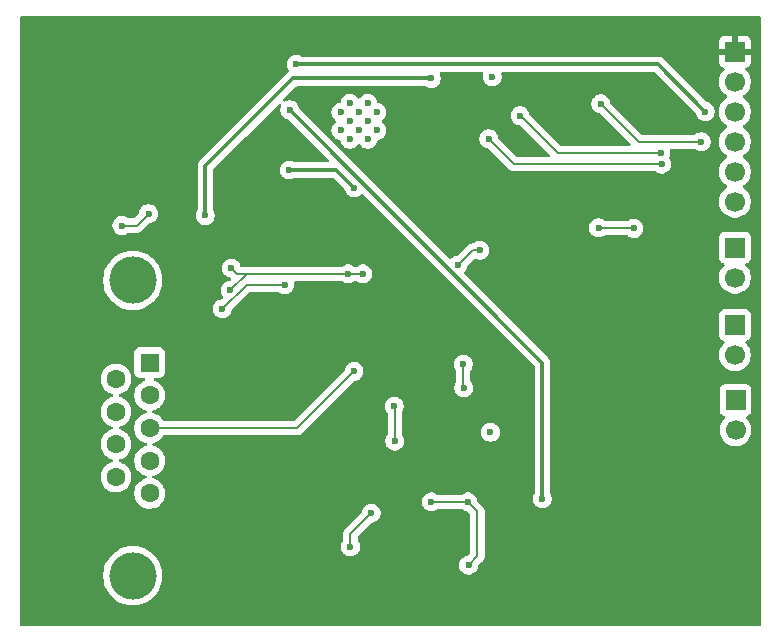
<source format=gbr>
%TF.GenerationSoftware,KiCad,Pcbnew,9.0.2*%
%TF.CreationDate,2025-08-22T10:47:20-03:00*%
%TF.ProjectId,Projeto SIllion,50726f6a-6574-46f2-9053-496c6c696f6e,rev?*%
%TF.SameCoordinates,Original*%
%TF.FileFunction,Copper,L2,Bot*%
%TF.FilePolarity,Positive*%
%FSLAX46Y46*%
G04 Gerber Fmt 4.6, Leading zero omitted, Abs format (unit mm)*
G04 Created by KiCad (PCBNEW 9.0.2) date 2025-08-22 10:47:20*
%MOMM*%
%LPD*%
G01*
G04 APERTURE LIST*
%TA.AperFunction,ComponentPad*%
%ADD10R,1.700000X1.700000*%
%TD*%
%TA.AperFunction,ComponentPad*%
%ADD11C,1.700000*%
%TD*%
%TA.AperFunction,HeatsinkPad*%
%ADD12C,0.600000*%
%TD*%
%TA.AperFunction,ComponentPad*%
%ADD13C,4.000000*%
%TD*%
%TA.AperFunction,ComponentPad*%
%ADD14R,1.600000X1.600000*%
%TD*%
%TA.AperFunction,ComponentPad*%
%ADD15C,1.600000*%
%TD*%
%TA.AperFunction,ViaPad*%
%ADD16C,0.600000*%
%TD*%
%TA.AperFunction,Conductor*%
%ADD17C,0.200000*%
%TD*%
%TA.AperFunction,Conductor*%
%ADD18C,0.300000*%
%TD*%
G04 APERTURE END LIST*
D10*
%TO.P,J6,1,Pin_1*%
%TO.N,+3.3V*%
X154450000Y-69380000D03*
D11*
%TO.P,J6,2,Pin_2*%
%TO.N,GND*%
X154450000Y-71920000D03*
%TO.P,J6,3,Pin_3*%
%TO.N,EN*%
X154450000Y-74460000D03*
%TO.P,J6,4,Pin_4*%
%TO.N,IO0*%
X154450000Y-77000000D03*
%TO.P,J6,5,Pin_5*%
%TO.N,UART_TX*%
X154450000Y-79540000D03*
%TO.P,J6,6,Pin_6*%
%TO.N,UART_RX*%
X154450000Y-82080000D03*
%TD*%
D12*
%TO.P,U8,39,GND*%
%TO.N,GND*%
X121085000Y-74517500D03*
X121085000Y-76042500D03*
X121847500Y-73755000D03*
X121847500Y-75280000D03*
X121847500Y-76805000D03*
X122610000Y-74517500D03*
X122610000Y-76042500D03*
X123372500Y-73755000D03*
X123372500Y-75280000D03*
X123372500Y-76805000D03*
X124135000Y-74517500D03*
X124135000Y-76042500D03*
%TD*%
D13*
%TO.P,J4,0*%
%TO.N,N/C*%
X103470000Y-88745000D03*
X103470000Y-113745000D03*
D14*
%TO.P,J4,1,1*%
%TO.N,unconnected-(J4-Pad1)*%
X104890000Y-95705000D03*
D15*
%TO.P,J4,2,2*%
%TO.N,DB9_TX*%
X104890000Y-98475000D03*
%TO.P,J4,3,3*%
%TO.N,DB9_RX*%
X104890000Y-101245000D03*
%TO.P,J4,4,4*%
%TO.N,unconnected-(J4-Pad4)*%
X104890000Y-104015000D03*
%TO.P,J4,5,5*%
%TO.N,GND*%
X104890000Y-106785000D03*
%TO.P,J4,6,6*%
%TO.N,unconnected-(J4-Pad6)*%
X102050000Y-97090000D03*
%TO.P,J4,7,7*%
%TO.N,unconnected-(J4-Pad7)*%
X102050000Y-99860000D03*
%TO.P,J4,8,8*%
%TO.N,unconnected-(J4-Pad8)*%
X102050000Y-102630000D03*
%TO.P,J4,9,9*%
%TO.N,unconnected-(J4-Pad9)*%
X102050000Y-105400000D03*
%TD*%
D10*
%TO.P,J1,1,Pin_1*%
%TO.N,Net-(D1-A2)*%
X154450000Y-92520000D03*
D11*
%TO.P,J1,2,Pin_2*%
%TO.N,GND*%
X154450000Y-95060000D03*
%TD*%
D10*
%TO.P,J5,1,Pin_1*%
%TO.N,Net-(D10-A)*%
X154450000Y-85970000D03*
D11*
%TO.P,J5,2,Pin_2*%
%TO.N,5V_MOTOR*%
X154450000Y-88510000D03*
%TD*%
D10*
%TO.P,J3,1,Pin_1*%
%TO.N,IN12V_RAW*%
X154500000Y-98870000D03*
D11*
%TO.P,J3,2,Pin_2*%
%TO.N,GND*%
X154500000Y-101410000D03*
%TD*%
D16*
%TO.N,GND*%
X145900000Y-84350000D03*
X131850000Y-107500000D03*
X125600000Y-99400000D03*
X131450000Y-95850000D03*
X116350000Y-89100000D03*
X111050000Y-91150000D03*
X133750000Y-101600000D03*
X131500000Y-97850000D03*
X133900000Y-71500000D03*
X131900000Y-112850000D03*
X132850000Y-86200000D03*
X128750000Y-107500000D03*
X125650000Y-102350000D03*
X142900000Y-84300000D03*
X102550000Y-84100000D03*
X104800000Y-83100000D03*
X131000000Y-87450000D03*
%TO.N,Net-(D7-A)*%
X123650000Y-108450000D03*
X121900000Y-111300000D03*
%TO.N,EN*%
X117300000Y-70450000D03*
X151950000Y-74450000D03*
%TO.N,UART_TX*%
X136250000Y-74800000D03*
X128750000Y-71650000D03*
X109600000Y-83250000D03*
X148150000Y-77950000D03*
%TO.N,IO0*%
X143100000Y-73800000D03*
X151600000Y-77000000D03*
%TO.N,MOTOR_CTRL*%
X122200000Y-80900000D03*
X116700000Y-79400000D03*
%TO.N,UART_RX*%
X133600000Y-76750000D03*
X148250000Y-78900000D03*
%TO.N,IN12V_LVL*%
X138150000Y-107250000D03*
X116750000Y-74300000D03*
%TO.N,+3.3V*%
X116550000Y-68950000D03*
X134800000Y-67450000D03*
X127900000Y-94600000D03*
X141600000Y-114100000D03*
X128550000Y-113850000D03*
X106025000Y-69525000D03*
X134950000Y-71500000D03*
X134600000Y-79550000D03*
X138300000Y-69400000D03*
X127125000Y-115650000D03*
X136700000Y-67500000D03*
X151950000Y-113400000D03*
%TO.N,Net-(U6-C2+)*%
X111700000Y-89600000D03*
X122950000Y-88200000D03*
X121700000Y-88200000D03*
X111800000Y-87700000D03*
%TO.N,DB9_RX*%
X122200000Y-96450000D03*
%TD*%
D17*
%TO.N,GND*%
X132650000Y-108300000D02*
X131850000Y-107500000D01*
X131900000Y-112850000D02*
X132650000Y-112100000D01*
X142900000Y-84300000D02*
X145850000Y-84300000D01*
X103800000Y-84100000D02*
X104800000Y-83100000D01*
X102550000Y-84100000D02*
X103800000Y-84100000D01*
X125650000Y-99450000D02*
X125600000Y-99400000D01*
X131450000Y-95850000D02*
X131450000Y-97800000D01*
X145850000Y-84300000D02*
X145900000Y-84350000D01*
X111050000Y-91150000D02*
X113100000Y-89100000D01*
X132250000Y-86200000D02*
X132850000Y-86200000D01*
X131000000Y-87450000D02*
X132250000Y-86200000D01*
X113100000Y-89100000D02*
X116350000Y-89100000D01*
X125650000Y-102350000D02*
X125650000Y-99450000D01*
X128750000Y-107500000D02*
X131850000Y-107500000D01*
X132650000Y-112100000D02*
X132650000Y-108300000D01*
X131450000Y-97800000D02*
X131500000Y-97850000D01*
%TO.N,Net-(D7-A)*%
X121900000Y-110200000D02*
X121900000Y-111300000D01*
X123650000Y-108450000D02*
X121900000Y-110200000D01*
D18*
%TO.N,EN*%
X151950000Y-74450000D02*
X147950000Y-70450000D01*
X147950000Y-70450000D02*
X117300000Y-70450000D01*
D17*
%TO.N,UART_TX*%
X136300000Y-74800000D02*
X136250000Y-74800000D01*
D18*
X117050000Y-71650000D02*
X128750000Y-71650000D01*
X109600000Y-79100000D02*
X117050000Y-71650000D01*
D17*
X148150000Y-77950000D02*
X139450000Y-77950000D01*
X138275000Y-76775000D02*
X138225000Y-76725000D01*
D18*
X109600000Y-83250000D02*
X109600000Y-79100000D01*
D17*
X139450000Y-77950000D02*
X138275000Y-76775000D01*
X138275000Y-76775000D02*
X136300000Y-74800000D01*
%TO.N,IO0*%
X146300000Y-77000000D02*
X143100000Y-73800000D01*
X151600000Y-77000000D02*
X146300000Y-77000000D01*
D18*
%TO.N,MOTOR_CTRL*%
X122200000Y-80900000D02*
X120700000Y-79400000D01*
X120700000Y-79400000D02*
X116700000Y-79400000D01*
D17*
%TO.N,UART_RX*%
X148250000Y-78900000D02*
X135750000Y-78900000D01*
X135750000Y-78900000D02*
X133600000Y-76750000D01*
D18*
%TO.N,IN12V_LVL*%
X138150000Y-107250000D02*
X138150000Y-95700000D01*
X138150000Y-95700000D02*
X116750000Y-74300000D01*
D17*
%TO.N,Net-(U6-C2+)*%
X113100000Y-88200000D02*
X111700000Y-89600000D01*
X121700000Y-88200000D02*
X115050000Y-88200000D01*
X115050000Y-88200000D02*
X112300000Y-88200000D01*
X112300000Y-88200000D02*
X111800000Y-87700000D01*
X122950000Y-88200000D02*
X121700000Y-88200000D01*
X115050000Y-88200000D02*
X113100000Y-88200000D01*
%TO.N,DB9_RX*%
X104890000Y-101245000D02*
X117405000Y-101245000D01*
X117405000Y-101245000D02*
X122200000Y-96450000D01*
%TD*%
%TA.AperFunction,Conductor*%
%TO.N,+3.3V*%
G36*
X99266177Y-66370185D02*
G01*
X99286819Y-66386819D01*
X99290000Y-66390000D01*
X147290000Y-66390000D01*
X147293181Y-66386819D01*
X147354504Y-66353334D01*
X147380862Y-66350500D01*
X156525500Y-66350500D01*
X156592539Y-66370185D01*
X156638294Y-66422989D01*
X156649500Y-66474500D01*
X156649500Y-117925500D01*
X156629815Y-117992539D01*
X156577011Y-118038294D01*
X156525500Y-118049500D01*
X94024500Y-118049500D01*
X93957461Y-118029815D01*
X93911706Y-117977011D01*
X93900500Y-117925500D01*
X93900500Y-113604568D01*
X100969500Y-113604568D01*
X100969500Y-113885431D01*
X101000942Y-114164494D01*
X101000945Y-114164512D01*
X101063439Y-114438317D01*
X101063443Y-114438329D01*
X101156200Y-114703411D01*
X101278053Y-114956442D01*
X101278055Y-114956445D01*
X101427477Y-115194248D01*
X101602584Y-115413825D01*
X101801175Y-115612416D01*
X102020752Y-115787523D01*
X102258555Y-115936945D01*
X102511592Y-116058801D01*
X102710680Y-116128465D01*
X102776670Y-116151556D01*
X102776682Y-116151560D01*
X103050491Y-116214055D01*
X103050497Y-116214055D01*
X103050505Y-116214057D01*
X103236547Y-116235018D01*
X103329569Y-116245499D01*
X103329572Y-116245500D01*
X103329575Y-116245500D01*
X103610428Y-116245500D01*
X103610429Y-116245499D01*
X103753055Y-116229429D01*
X103889494Y-116214057D01*
X103889499Y-116214056D01*
X103889509Y-116214055D01*
X104163318Y-116151560D01*
X104428408Y-116058801D01*
X104681445Y-115936945D01*
X104919248Y-115787523D01*
X105138825Y-115612416D01*
X105337416Y-115413825D01*
X105512523Y-115194248D01*
X105661945Y-114956445D01*
X105783801Y-114703408D01*
X105876560Y-114438318D01*
X105939055Y-114164509D01*
X105970500Y-113885425D01*
X105970500Y-113604575D01*
X105939055Y-113325491D01*
X105876560Y-113051682D01*
X105783801Y-112786592D01*
X105661945Y-112533555D01*
X105512523Y-112295752D01*
X105337416Y-112076175D01*
X105138825Y-111877584D01*
X105125480Y-111866942D01*
X105078333Y-111829343D01*
X104919248Y-111702477D01*
X104681445Y-111553055D01*
X104681442Y-111553053D01*
X104428411Y-111431200D01*
X104163329Y-111338443D01*
X104163317Y-111338439D01*
X104152440Y-111335957D01*
X103889512Y-111275945D01*
X103889494Y-111275942D01*
X103610431Y-111244500D01*
X103610425Y-111244500D01*
X103329575Y-111244500D01*
X103329568Y-111244500D01*
X103050505Y-111275942D01*
X103050487Y-111275945D01*
X102776682Y-111338439D01*
X102776670Y-111338443D01*
X102511588Y-111431200D01*
X102258557Y-111553053D01*
X102020753Y-111702476D01*
X101801175Y-111877583D01*
X101602583Y-112076175D01*
X101427476Y-112295753D01*
X101278053Y-112533557D01*
X101156200Y-112786588D01*
X101063443Y-113051670D01*
X101063439Y-113051682D01*
X101000945Y-113325487D01*
X101000942Y-113325505D01*
X100969500Y-113604568D01*
X93900500Y-113604568D01*
X93900500Y-111221153D01*
X121099500Y-111221153D01*
X121099500Y-111378846D01*
X121130261Y-111533489D01*
X121130264Y-111533501D01*
X121190602Y-111679172D01*
X121190609Y-111679185D01*
X121278210Y-111810288D01*
X121278213Y-111810292D01*
X121389707Y-111921786D01*
X121389711Y-111921789D01*
X121520814Y-112009390D01*
X121520827Y-112009397D01*
X121617646Y-112049500D01*
X121666503Y-112069737D01*
X121821153Y-112100499D01*
X121821156Y-112100500D01*
X121821158Y-112100500D01*
X121978844Y-112100500D01*
X121978845Y-112100499D01*
X122133497Y-112069737D01*
X122279179Y-112009394D01*
X122410289Y-111921789D01*
X122521789Y-111810289D01*
X122609394Y-111679179D01*
X122669737Y-111533497D01*
X122700500Y-111378842D01*
X122700500Y-111221158D01*
X122700500Y-111221155D01*
X122700499Y-111221153D01*
X122669738Y-111066510D01*
X122669737Y-111066503D01*
X122669735Y-111066498D01*
X122609397Y-110920827D01*
X122609390Y-110920814D01*
X122521398Y-110789125D01*
X122515747Y-110771078D01*
X122505523Y-110755169D01*
X122501071Y-110724207D01*
X122500520Y-110722447D01*
X122500500Y-110720234D01*
X122500500Y-110500097D01*
X122520185Y-110433058D01*
X122536819Y-110412416D01*
X123031141Y-109918094D01*
X123664664Y-109284571D01*
X123725985Y-109251088D01*
X123728152Y-109250637D01*
X123728841Y-109250500D01*
X123728842Y-109250500D01*
X123883497Y-109219737D01*
X124029179Y-109159394D01*
X124160289Y-109071789D01*
X124271789Y-108960289D01*
X124359394Y-108829179D01*
X124419737Y-108683497D01*
X124450500Y-108528842D01*
X124450500Y-108371158D01*
X124450500Y-108371155D01*
X124450499Y-108371153D01*
X124442914Y-108333023D01*
X124419737Y-108216503D01*
X124416791Y-108209390D01*
X124359397Y-108070827D01*
X124359390Y-108070814D01*
X124271789Y-107939711D01*
X124271786Y-107939707D01*
X124160292Y-107828213D01*
X124160288Y-107828210D01*
X124029185Y-107740609D01*
X124029172Y-107740602D01*
X123883501Y-107680264D01*
X123883489Y-107680261D01*
X123728845Y-107649500D01*
X123728842Y-107649500D01*
X123571158Y-107649500D01*
X123571155Y-107649500D01*
X123416510Y-107680261D01*
X123416498Y-107680264D01*
X123270827Y-107740602D01*
X123270814Y-107740609D01*
X123139711Y-107828210D01*
X123139707Y-107828213D01*
X123028213Y-107939707D01*
X123028210Y-107939711D01*
X122940609Y-108070814D01*
X122940602Y-108070827D01*
X122880264Y-108216498D01*
X122880261Y-108216508D01*
X122849362Y-108371848D01*
X122816977Y-108433759D01*
X122815426Y-108435337D01*
X121531286Y-109719478D01*
X121419481Y-109831282D01*
X121419479Y-109831285D01*
X121369361Y-109918094D01*
X121369359Y-109918096D01*
X121340425Y-109968209D01*
X121340424Y-109968210D01*
X121340423Y-109968215D01*
X121299499Y-110120943D01*
X121299499Y-110120945D01*
X121299499Y-110289046D01*
X121299500Y-110289059D01*
X121299500Y-110720234D01*
X121279815Y-110787273D01*
X121278602Y-110789125D01*
X121190609Y-110920814D01*
X121190602Y-110920827D01*
X121130264Y-111066498D01*
X121130261Y-111066510D01*
X121099500Y-111221153D01*
X93900500Y-111221153D01*
X93900500Y-96987648D01*
X100749500Y-96987648D01*
X100749500Y-97192351D01*
X100781522Y-97394534D01*
X100844781Y-97589223D01*
X100908691Y-97714653D01*
X100937481Y-97771155D01*
X100937715Y-97771613D01*
X101058028Y-97937213D01*
X101202786Y-98081971D01*
X101357749Y-98194556D01*
X101368390Y-98202287D01*
X101484607Y-98261503D01*
X101550776Y-98295218D01*
X101550778Y-98295218D01*
X101550781Y-98295220D01*
X101629956Y-98320945D01*
X101741131Y-98357069D01*
X101798806Y-98396507D01*
X101826004Y-98460866D01*
X101814089Y-98529712D01*
X101766845Y-98581188D01*
X101741131Y-98592931D01*
X101550776Y-98654781D01*
X101368386Y-98747715D01*
X101202786Y-98868028D01*
X101058028Y-99012786D01*
X100937715Y-99178386D01*
X100844781Y-99360776D01*
X100781522Y-99555465D01*
X100749500Y-99757648D01*
X100749500Y-99962351D01*
X100781522Y-100164534D01*
X100844781Y-100359223D01*
X100874054Y-100416673D01*
X100931903Y-100530208D01*
X100937715Y-100541613D01*
X101058028Y-100707213D01*
X101202786Y-100851971D01*
X101357749Y-100964556D01*
X101368390Y-100972287D01*
X101484607Y-101031503D01*
X101550776Y-101065218D01*
X101550778Y-101065218D01*
X101550781Y-101065220D01*
X101626144Y-101089707D01*
X101741131Y-101127069D01*
X101798806Y-101166507D01*
X101826004Y-101230866D01*
X101814089Y-101299712D01*
X101766845Y-101351188D01*
X101741131Y-101362931D01*
X101550776Y-101424781D01*
X101368386Y-101517715D01*
X101202786Y-101638028D01*
X101058028Y-101782786D01*
X100937715Y-101948386D01*
X100844781Y-102130776D01*
X100781522Y-102325465D01*
X100749500Y-102527648D01*
X100749500Y-102732351D01*
X100781522Y-102934534D01*
X100844781Y-103129223D01*
X100937715Y-103311613D01*
X101058028Y-103477213D01*
X101202786Y-103621971D01*
X101357749Y-103734556D01*
X101368390Y-103742287D01*
X101484607Y-103801503D01*
X101550776Y-103835218D01*
X101550778Y-103835218D01*
X101550781Y-103835220D01*
X101629956Y-103860945D01*
X101741131Y-103897069D01*
X101798806Y-103936507D01*
X101826004Y-104000866D01*
X101814089Y-104069712D01*
X101766845Y-104121188D01*
X101741131Y-104132931D01*
X101550776Y-104194781D01*
X101368386Y-104287715D01*
X101202786Y-104408028D01*
X101058028Y-104552786D01*
X100937715Y-104718386D01*
X100844781Y-104900776D01*
X100781522Y-105095465D01*
X100749500Y-105297648D01*
X100749500Y-105502351D01*
X100781522Y-105704534D01*
X100844781Y-105899223D01*
X100937715Y-106081613D01*
X101058028Y-106247213D01*
X101202786Y-106391971D01*
X101357749Y-106504556D01*
X101368390Y-106512287D01*
X101484607Y-106571503D01*
X101550776Y-106605218D01*
X101550778Y-106605218D01*
X101550781Y-106605220D01*
X101655137Y-106639127D01*
X101745465Y-106668477D01*
X101834937Y-106682648D01*
X101947648Y-106700500D01*
X101947649Y-106700500D01*
X102152351Y-106700500D01*
X102152352Y-106700500D01*
X102354534Y-106668477D01*
X102549219Y-106605220D01*
X102731610Y-106512287D01*
X102824590Y-106444732D01*
X102897213Y-106391971D01*
X102897215Y-106391968D01*
X102897219Y-106391966D01*
X103041966Y-106247219D01*
X103041968Y-106247215D01*
X103041971Y-106247213D01*
X103094732Y-106174590D01*
X103162287Y-106081610D01*
X103255220Y-105899219D01*
X103318477Y-105704534D01*
X103350500Y-105502352D01*
X103350500Y-105297648D01*
X103349892Y-105293812D01*
X103318477Y-105095465D01*
X103255218Y-104900776D01*
X103221503Y-104834607D01*
X103162287Y-104718390D01*
X103146463Y-104696610D01*
X103041971Y-104552786D01*
X102897213Y-104408028D01*
X102731613Y-104287715D01*
X102731612Y-104287714D01*
X102731610Y-104287713D01*
X102674653Y-104258691D01*
X102549223Y-104194781D01*
X102358868Y-104132931D01*
X102301193Y-104093493D01*
X102273995Y-104029134D01*
X102285910Y-103960288D01*
X102333154Y-103908812D01*
X102358868Y-103897069D01*
X102401508Y-103883213D01*
X102549219Y-103835220D01*
X102731610Y-103742287D01*
X102824590Y-103674732D01*
X102897213Y-103621971D01*
X102897215Y-103621968D01*
X102897219Y-103621966D01*
X103041966Y-103477219D01*
X103041968Y-103477215D01*
X103041971Y-103477213D01*
X103094732Y-103404590D01*
X103162287Y-103311610D01*
X103255220Y-103129219D01*
X103318477Y-102934534D01*
X103350500Y-102732352D01*
X103350500Y-102527648D01*
X103349892Y-102523812D01*
X103318477Y-102325465D01*
X103255218Y-102130776D01*
X103221503Y-102064607D01*
X103162287Y-101948390D01*
X103099819Y-101862409D01*
X103041971Y-101782786D01*
X102897213Y-101638028D01*
X102731613Y-101517715D01*
X102731612Y-101517714D01*
X102731610Y-101517713D01*
X102674653Y-101488691D01*
X102549223Y-101424781D01*
X102358868Y-101362931D01*
X102301193Y-101323493D01*
X102273995Y-101259134D01*
X102285910Y-101190288D01*
X102333154Y-101138812D01*
X102358868Y-101127069D01*
X102401508Y-101113213D01*
X102549219Y-101065220D01*
X102731610Y-100972287D01*
X102844041Y-100890602D01*
X102897213Y-100851971D01*
X102897215Y-100851968D01*
X102897219Y-100851966D01*
X103041966Y-100707219D01*
X103041968Y-100707215D01*
X103041971Y-100707213D01*
X103094732Y-100634590D01*
X103162287Y-100541610D01*
X103255220Y-100359219D01*
X103318477Y-100164534D01*
X103350500Y-99962352D01*
X103350500Y-99757648D01*
X103349892Y-99753812D01*
X103318477Y-99555465D01*
X103255218Y-99360776D01*
X103187251Y-99227385D01*
X103162287Y-99178390D01*
X103146463Y-99156610D01*
X103041971Y-99012786D01*
X102897213Y-98868028D01*
X102731613Y-98747715D01*
X102731612Y-98747714D01*
X102731610Y-98747713D01*
X102674653Y-98718691D01*
X102549223Y-98654781D01*
X102358868Y-98592931D01*
X102301193Y-98553493D01*
X102273995Y-98489134D01*
X102285910Y-98420288D01*
X102333154Y-98368812D01*
X102358868Y-98357069D01*
X102401508Y-98343213D01*
X102549219Y-98295220D01*
X102731610Y-98202287D01*
X102824590Y-98134732D01*
X102897213Y-98081971D01*
X102897215Y-98081968D01*
X102897219Y-98081966D01*
X103041966Y-97937219D01*
X103041968Y-97937215D01*
X103041971Y-97937213D01*
X103094732Y-97864590D01*
X103162287Y-97771610D01*
X103255220Y-97589219D01*
X103318477Y-97394534D01*
X103350500Y-97192352D01*
X103350500Y-96987648D01*
X103330686Y-96862547D01*
X103318477Y-96785465D01*
X103255218Y-96590776D01*
X103221503Y-96524607D01*
X103162287Y-96408390D01*
X103139660Y-96377246D01*
X103041971Y-96242786D01*
X102897213Y-96098028D01*
X102731613Y-95977715D01*
X102731612Y-95977714D01*
X102731610Y-95977713D01*
X102657019Y-95939707D01*
X102549223Y-95884781D01*
X102354534Y-95821522D01*
X102179995Y-95793878D01*
X102152352Y-95789500D01*
X101947648Y-95789500D01*
X101923329Y-95793351D01*
X101745465Y-95821522D01*
X101550776Y-95884781D01*
X101368386Y-95977715D01*
X101202786Y-96098028D01*
X101058028Y-96242786D01*
X100937715Y-96408386D01*
X100844781Y-96590776D01*
X100781522Y-96785465D01*
X100749500Y-96987648D01*
X93900500Y-96987648D01*
X93900500Y-94857135D01*
X103589500Y-94857135D01*
X103589500Y-96552870D01*
X103589501Y-96552876D01*
X103595908Y-96612483D01*
X103646202Y-96747328D01*
X103646206Y-96747335D01*
X103732452Y-96862544D01*
X103732455Y-96862547D01*
X103847664Y-96948793D01*
X103847671Y-96948797D01*
X103982517Y-96999091D01*
X103982516Y-96999091D01*
X103989444Y-96999835D01*
X104042127Y-97005500D01*
X104421248Y-97005499D01*
X104488285Y-97025183D01*
X104534040Y-97077987D01*
X104543984Y-97147146D01*
X104514959Y-97210701D01*
X104459566Y-97247429D01*
X104390780Y-97269779D01*
X104208386Y-97362715D01*
X104042786Y-97483028D01*
X103898028Y-97627786D01*
X103777715Y-97793386D01*
X103684781Y-97975776D01*
X103621522Y-98170465D01*
X103589500Y-98372648D01*
X103589500Y-98577351D01*
X103621522Y-98779534D01*
X103684781Y-98974223D01*
X103777715Y-99156613D01*
X103898028Y-99322213D01*
X104042786Y-99466971D01*
X104197749Y-99579556D01*
X104208390Y-99587287D01*
X104299090Y-99633501D01*
X104390776Y-99680218D01*
X104390778Y-99680218D01*
X104390781Y-99680220D01*
X104469956Y-99705945D01*
X104581131Y-99742069D01*
X104638806Y-99781507D01*
X104666004Y-99845866D01*
X104654089Y-99914712D01*
X104606845Y-99966188D01*
X104581131Y-99977931D01*
X104390776Y-100039781D01*
X104208386Y-100132715D01*
X104042786Y-100253028D01*
X103898028Y-100397786D01*
X103777715Y-100563386D01*
X103684781Y-100745776D01*
X103621522Y-100940465D01*
X103590108Y-101138812D01*
X103589500Y-101142648D01*
X103589500Y-101347352D01*
X103592533Y-101366503D01*
X103621522Y-101549534D01*
X103684781Y-101744223D01*
X103777715Y-101926613D01*
X103898028Y-102092213D01*
X104042786Y-102236971D01*
X104197749Y-102349556D01*
X104208390Y-102357287D01*
X104324607Y-102416503D01*
X104390776Y-102450218D01*
X104390778Y-102450218D01*
X104390781Y-102450220D01*
X104469956Y-102475945D01*
X104581131Y-102512069D01*
X104638806Y-102551507D01*
X104666004Y-102615866D01*
X104654089Y-102684712D01*
X104606845Y-102736188D01*
X104581131Y-102747931D01*
X104390776Y-102809781D01*
X104208386Y-102902715D01*
X104042786Y-103023028D01*
X103898028Y-103167786D01*
X103777715Y-103333386D01*
X103684781Y-103515776D01*
X103621522Y-103710465D01*
X103589500Y-103912648D01*
X103589500Y-104117351D01*
X103621522Y-104319534D01*
X103684781Y-104514223D01*
X103777715Y-104696613D01*
X103898028Y-104862213D01*
X104042786Y-105006971D01*
X104197749Y-105119556D01*
X104208390Y-105127287D01*
X104324607Y-105186503D01*
X104390776Y-105220218D01*
X104390778Y-105220218D01*
X104390781Y-105220220D01*
X104469956Y-105245945D01*
X104581131Y-105282069D01*
X104638806Y-105321507D01*
X104666004Y-105385866D01*
X104654089Y-105454712D01*
X104606845Y-105506188D01*
X104581131Y-105517931D01*
X104390776Y-105579781D01*
X104208386Y-105672715D01*
X104042786Y-105793028D01*
X103898028Y-105937786D01*
X103777715Y-106103386D01*
X103684781Y-106285776D01*
X103621522Y-106480465D01*
X103589500Y-106682648D01*
X103589500Y-106887351D01*
X103621522Y-107089534D01*
X103684781Y-107284223D01*
X103722766Y-107358771D01*
X103769894Y-107451265D01*
X103777715Y-107466613D01*
X103898028Y-107632213D01*
X104042786Y-107776971D01*
X104197749Y-107889556D01*
X104208390Y-107897287D01*
X104291644Y-107939707D01*
X104390776Y-107990218D01*
X104390778Y-107990218D01*
X104390781Y-107990220D01*
X104481619Y-108019735D01*
X104585465Y-108053477D01*
X104686557Y-108069488D01*
X104787648Y-108085500D01*
X104787649Y-108085500D01*
X104992351Y-108085500D01*
X104992352Y-108085500D01*
X105194534Y-108053477D01*
X105389219Y-107990220D01*
X105571610Y-107897287D01*
X105688628Y-107812269D01*
X105737213Y-107776971D01*
X105737215Y-107776968D01*
X105737219Y-107776966D01*
X105881966Y-107632219D01*
X105881968Y-107632215D01*
X105881971Y-107632213D01*
X105934732Y-107559590D01*
X106002287Y-107466610D01*
X106025449Y-107421153D01*
X127949500Y-107421153D01*
X127949500Y-107578846D01*
X127980261Y-107733489D01*
X127980264Y-107733501D01*
X128040602Y-107879172D01*
X128040609Y-107879185D01*
X128128210Y-108010288D01*
X128128213Y-108010292D01*
X128239707Y-108121786D01*
X128239711Y-108121789D01*
X128370814Y-108209390D01*
X128370827Y-108209397D01*
X128516498Y-108269735D01*
X128516503Y-108269737D01*
X128671153Y-108300499D01*
X128671156Y-108300500D01*
X128671158Y-108300500D01*
X128828844Y-108300500D01*
X128828845Y-108300499D01*
X128983497Y-108269737D01*
X129129179Y-108209394D01*
X129129185Y-108209390D01*
X129260875Y-108121398D01*
X129327553Y-108100520D01*
X129329766Y-108100500D01*
X131270234Y-108100500D01*
X131337273Y-108120185D01*
X131339125Y-108121398D01*
X131470814Y-108209390D01*
X131470827Y-108209397D01*
X131616498Y-108269735D01*
X131616503Y-108269737D01*
X131681147Y-108282595D01*
X131771849Y-108300638D01*
X131833760Y-108333023D01*
X131835339Y-108334574D01*
X132013181Y-108512416D01*
X132046666Y-108573739D01*
X132049500Y-108600097D01*
X132049500Y-111799903D01*
X132040855Y-111829343D01*
X132034332Y-111859330D01*
X132030577Y-111864345D01*
X132029815Y-111866942D01*
X132013185Y-111887579D01*
X131891375Y-112009390D01*
X131885339Y-112015426D01*
X131824016Y-112048910D01*
X131821850Y-112049361D01*
X131666508Y-112080261D01*
X131666498Y-112080264D01*
X131520827Y-112140602D01*
X131520814Y-112140609D01*
X131389711Y-112228210D01*
X131389707Y-112228213D01*
X131278213Y-112339707D01*
X131278210Y-112339711D01*
X131190609Y-112470814D01*
X131190602Y-112470827D01*
X131130264Y-112616498D01*
X131130261Y-112616510D01*
X131099500Y-112771153D01*
X131099500Y-112928846D01*
X131130261Y-113083489D01*
X131130264Y-113083501D01*
X131190602Y-113229172D01*
X131190609Y-113229185D01*
X131278210Y-113360288D01*
X131278213Y-113360292D01*
X131389707Y-113471786D01*
X131389711Y-113471789D01*
X131520814Y-113559390D01*
X131520827Y-113559397D01*
X131629891Y-113604572D01*
X131666503Y-113619737D01*
X131821153Y-113650499D01*
X131821156Y-113650500D01*
X131821158Y-113650500D01*
X131978844Y-113650500D01*
X131978845Y-113650499D01*
X132133497Y-113619737D01*
X132279179Y-113559394D01*
X132410289Y-113471789D01*
X132521789Y-113360289D01*
X132609394Y-113229179D01*
X132669737Y-113083497D01*
X132689113Y-112986085D01*
X132700638Y-112928150D01*
X132733023Y-112866239D01*
X132734524Y-112864710D01*
X133008506Y-112590727D01*
X133008511Y-112590724D01*
X133018714Y-112580520D01*
X133018716Y-112580520D01*
X133130520Y-112468716D01*
X133194977Y-112357072D01*
X133209577Y-112331785D01*
X133250500Y-112179057D01*
X133250500Y-112020943D01*
X133250500Y-108389059D01*
X133250501Y-108389046D01*
X133250501Y-108220945D01*
X133250501Y-108220943D01*
X133209577Y-108068215D01*
X133152572Y-107969480D01*
X133130520Y-107931284D01*
X133018716Y-107819480D01*
X133018713Y-107819478D01*
X132684574Y-107485339D01*
X132651089Y-107424016D01*
X132650638Y-107421849D01*
X132632137Y-107328842D01*
X132619737Y-107266503D01*
X132580242Y-107171153D01*
X132559397Y-107120827D01*
X132559390Y-107120814D01*
X132471789Y-106989711D01*
X132471786Y-106989707D01*
X132360292Y-106878213D01*
X132360288Y-106878210D01*
X132229185Y-106790609D01*
X132229172Y-106790602D01*
X132083501Y-106730264D01*
X132083489Y-106730261D01*
X131928845Y-106699500D01*
X131928842Y-106699500D01*
X131771158Y-106699500D01*
X131771155Y-106699500D01*
X131616510Y-106730261D01*
X131616498Y-106730264D01*
X131470827Y-106790602D01*
X131470814Y-106790609D01*
X131339125Y-106878602D01*
X131272447Y-106899480D01*
X131270234Y-106899500D01*
X129329766Y-106899500D01*
X129262727Y-106879815D01*
X129260875Y-106878602D01*
X129129185Y-106790609D01*
X129129172Y-106790602D01*
X128983501Y-106730264D01*
X128983489Y-106730261D01*
X128828845Y-106699500D01*
X128828842Y-106699500D01*
X128671158Y-106699500D01*
X128671155Y-106699500D01*
X128516510Y-106730261D01*
X128516498Y-106730264D01*
X128370827Y-106790602D01*
X128370814Y-106790609D01*
X128239711Y-106878210D01*
X128239707Y-106878213D01*
X128128213Y-106989707D01*
X128128210Y-106989711D01*
X128040609Y-107120814D01*
X128040602Y-107120827D01*
X127980264Y-107266498D01*
X127980261Y-107266510D01*
X127949500Y-107421153D01*
X106025449Y-107421153D01*
X106072482Y-107328846D01*
X106095218Y-107284223D01*
X106095218Y-107284222D01*
X106095220Y-107284219D01*
X106158477Y-107089534D01*
X106190500Y-106887352D01*
X106190500Y-106682648D01*
X106158477Y-106480465D01*
X106095218Y-106285776D01*
X106061503Y-106219607D01*
X106002287Y-106103390D01*
X105986463Y-106081610D01*
X105881971Y-105937786D01*
X105737213Y-105793028D01*
X105571613Y-105672715D01*
X105571612Y-105672714D01*
X105571610Y-105672713D01*
X105514653Y-105643691D01*
X105389223Y-105579781D01*
X105198868Y-105517931D01*
X105141193Y-105478493D01*
X105113995Y-105414134D01*
X105125910Y-105345288D01*
X105173154Y-105293812D01*
X105198868Y-105282069D01*
X105241508Y-105268213D01*
X105389219Y-105220220D01*
X105571610Y-105127287D01*
X105664590Y-105059732D01*
X105737213Y-105006971D01*
X105737215Y-105006968D01*
X105737219Y-105006966D01*
X105881966Y-104862219D01*
X105881968Y-104862215D01*
X105881971Y-104862213D01*
X105934732Y-104789590D01*
X106002287Y-104696610D01*
X106095220Y-104514219D01*
X106158477Y-104319534D01*
X106190500Y-104117352D01*
X106190500Y-103912648D01*
X106189892Y-103908812D01*
X106158477Y-103710465D01*
X106095218Y-103515776D01*
X106061503Y-103449607D01*
X106002287Y-103333390D01*
X105986463Y-103311610D01*
X105881971Y-103167786D01*
X105737213Y-103023028D01*
X105571613Y-102902715D01*
X105571612Y-102902714D01*
X105571610Y-102902713D01*
X105514653Y-102873691D01*
X105389223Y-102809781D01*
X105198868Y-102747931D01*
X105141193Y-102708493D01*
X105113995Y-102644134D01*
X105125910Y-102575288D01*
X105173154Y-102523812D01*
X105198868Y-102512069D01*
X105241508Y-102498213D01*
X105389219Y-102450220D01*
X105571610Y-102357287D01*
X105664590Y-102289732D01*
X105737213Y-102236971D01*
X105737215Y-102236968D01*
X105737219Y-102236966D01*
X105881966Y-102092219D01*
X105881968Y-102092215D01*
X105881971Y-102092213D01*
X106002284Y-101926614D01*
X106002285Y-101926613D01*
X106002287Y-101926610D01*
X106009117Y-101913204D01*
X106057091Y-101862409D01*
X106119602Y-101845500D01*
X117318331Y-101845500D01*
X117318347Y-101845501D01*
X117325943Y-101845501D01*
X117484054Y-101845501D01*
X117484057Y-101845501D01*
X117636785Y-101804577D01*
X117690551Y-101773535D01*
X117773716Y-101725520D01*
X117885520Y-101613716D01*
X117885520Y-101613714D01*
X117895724Y-101603511D01*
X117895727Y-101603506D01*
X120178081Y-99321153D01*
X124799500Y-99321153D01*
X124799500Y-99478846D01*
X124830261Y-99633489D01*
X124830264Y-99633501D01*
X124890602Y-99779172D01*
X124890609Y-99779185D01*
X124978210Y-99910288D01*
X124978213Y-99910292D01*
X125013180Y-99945258D01*
X125046666Y-100006580D01*
X125049500Y-100032940D01*
X125049500Y-101770234D01*
X125029815Y-101837273D01*
X125028602Y-101839125D01*
X124940609Y-101970814D01*
X124940602Y-101970827D01*
X124880264Y-102116498D01*
X124880261Y-102116510D01*
X124849500Y-102271153D01*
X124849500Y-102428846D01*
X124880261Y-102583489D01*
X124880264Y-102583501D01*
X124940602Y-102729172D01*
X124940609Y-102729185D01*
X125028210Y-102860288D01*
X125028213Y-102860292D01*
X125139707Y-102971786D01*
X125139711Y-102971789D01*
X125270814Y-103059390D01*
X125270827Y-103059397D01*
X125416498Y-103119735D01*
X125416503Y-103119737D01*
X125571153Y-103150499D01*
X125571156Y-103150500D01*
X125571158Y-103150500D01*
X125728844Y-103150500D01*
X125728845Y-103150499D01*
X125883497Y-103119737D01*
X126029179Y-103059394D01*
X126160289Y-102971789D01*
X126271789Y-102860289D01*
X126359394Y-102729179D01*
X126419737Y-102583497D01*
X126450500Y-102428842D01*
X126450500Y-102271158D01*
X126450500Y-102271155D01*
X126450499Y-102271153D01*
X126419738Y-102116510D01*
X126419737Y-102116503D01*
X126409676Y-102092213D01*
X126359397Y-101970827D01*
X126359390Y-101970814D01*
X126271398Y-101839125D01*
X126250520Y-101772447D01*
X126250500Y-101770234D01*
X126250500Y-101521153D01*
X132949500Y-101521153D01*
X132949500Y-101678846D01*
X132980261Y-101833489D01*
X132980264Y-101833501D01*
X133040602Y-101979172D01*
X133040609Y-101979185D01*
X133128210Y-102110288D01*
X133128213Y-102110292D01*
X133239707Y-102221786D01*
X133239711Y-102221789D01*
X133370814Y-102309390D01*
X133370827Y-102309397D01*
X133516498Y-102369735D01*
X133516503Y-102369737D01*
X133671153Y-102400499D01*
X133671156Y-102400500D01*
X133671158Y-102400500D01*
X133828844Y-102400500D01*
X133828845Y-102400499D01*
X133983497Y-102369737D01*
X134129179Y-102309394D01*
X134260289Y-102221789D01*
X134371789Y-102110289D01*
X134459394Y-101979179D01*
X134462854Y-101970827D01*
X134517163Y-101839711D01*
X134519737Y-101833497D01*
X134550500Y-101678842D01*
X134550500Y-101521158D01*
X134550500Y-101521155D01*
X134550499Y-101521153D01*
X134519738Y-101366510D01*
X134519737Y-101366503D01*
X134519735Y-101366498D01*
X134459397Y-101220827D01*
X134459390Y-101220814D01*
X134371789Y-101089711D01*
X134371786Y-101089707D01*
X134260292Y-100978213D01*
X134260288Y-100978210D01*
X134129185Y-100890609D01*
X134129172Y-100890602D01*
X133983501Y-100830264D01*
X133983489Y-100830261D01*
X133828845Y-100799500D01*
X133828842Y-100799500D01*
X133671158Y-100799500D01*
X133671155Y-100799500D01*
X133516510Y-100830261D01*
X133516498Y-100830264D01*
X133370827Y-100890602D01*
X133370814Y-100890609D01*
X133239711Y-100978210D01*
X133239707Y-100978213D01*
X133128213Y-101089707D01*
X133128210Y-101089711D01*
X133040609Y-101220814D01*
X133040602Y-101220827D01*
X132980264Y-101366498D01*
X132980261Y-101366510D01*
X132949500Y-101521153D01*
X126250500Y-101521153D01*
X126250500Y-99904935D01*
X126270185Y-99837896D01*
X126271366Y-99836090D01*
X126309394Y-99779179D01*
X126314078Y-99767872D01*
X126350384Y-99680220D01*
X126369737Y-99633497D01*
X126400500Y-99478842D01*
X126400500Y-99321158D01*
X126400500Y-99321155D01*
X126400499Y-99321153D01*
X126372101Y-99178390D01*
X126369737Y-99166503D01*
X126369735Y-99166498D01*
X126309397Y-99020827D01*
X126309390Y-99020814D01*
X126221789Y-98889711D01*
X126221786Y-98889707D01*
X126110292Y-98778213D01*
X126110288Y-98778210D01*
X125979185Y-98690609D01*
X125979172Y-98690602D01*
X125833501Y-98630264D01*
X125833489Y-98630261D01*
X125678845Y-98599500D01*
X125678842Y-98599500D01*
X125521158Y-98599500D01*
X125521155Y-98599500D01*
X125366510Y-98630261D01*
X125366498Y-98630264D01*
X125220827Y-98690602D01*
X125220814Y-98690609D01*
X125089711Y-98778210D01*
X125089707Y-98778213D01*
X124978213Y-98889707D01*
X124978210Y-98889711D01*
X124890609Y-99020814D01*
X124890602Y-99020827D01*
X124830264Y-99166498D01*
X124830261Y-99166510D01*
X124799500Y-99321153D01*
X120178081Y-99321153D01*
X122214662Y-97284572D01*
X122275983Y-97251089D01*
X122278150Y-97250638D01*
X122336085Y-97239113D01*
X122433497Y-97219737D01*
X122579179Y-97159394D01*
X122710289Y-97071789D01*
X122821789Y-96960289D01*
X122909394Y-96829179D01*
X122969737Y-96683497D01*
X123000500Y-96528842D01*
X123000500Y-96371158D01*
X123000500Y-96371155D01*
X123000499Y-96371153D01*
X122998338Y-96360289D01*
X122969737Y-96216503D01*
X122920666Y-96098034D01*
X122909397Y-96070827D01*
X122909390Y-96070814D01*
X122821789Y-95939711D01*
X122821786Y-95939707D01*
X122710292Y-95828213D01*
X122710288Y-95828210D01*
X122624897Y-95771153D01*
X130649500Y-95771153D01*
X130649500Y-95928846D01*
X130680261Y-96083489D01*
X130680264Y-96083501D01*
X130740602Y-96229172D01*
X130740609Y-96229185D01*
X130828602Y-96360874D01*
X130849480Y-96427551D01*
X130849500Y-96429765D01*
X130849500Y-97345064D01*
X130829815Y-97412103D01*
X130828603Y-97413954D01*
X130790608Y-97470817D01*
X130790602Y-97470828D01*
X130730264Y-97616498D01*
X130730261Y-97616510D01*
X130699500Y-97771153D01*
X130699500Y-97928846D01*
X130730261Y-98083489D01*
X130730264Y-98083501D01*
X130790602Y-98229172D01*
X130790609Y-98229185D01*
X130878210Y-98360288D01*
X130878213Y-98360292D01*
X130989707Y-98471786D01*
X130989711Y-98471789D01*
X131120814Y-98559390D01*
X131120827Y-98559397D01*
X131217646Y-98599500D01*
X131266503Y-98619737D01*
X131421153Y-98650499D01*
X131421156Y-98650500D01*
X131421158Y-98650500D01*
X131578844Y-98650500D01*
X131578845Y-98650499D01*
X131733497Y-98619737D01*
X131879179Y-98559394D01*
X132010289Y-98471789D01*
X132121789Y-98360289D01*
X132209394Y-98229179D01*
X132269737Y-98083497D01*
X132300500Y-97928842D01*
X132300500Y-97771158D01*
X132300500Y-97771155D01*
X132300499Y-97771153D01*
X132269738Y-97616510D01*
X132269737Y-97616503D01*
X132229558Y-97519501D01*
X132209397Y-97470827D01*
X132209390Y-97470814D01*
X132121789Y-97339711D01*
X132121786Y-97339707D01*
X132086819Y-97304740D01*
X132053334Y-97243417D01*
X132050500Y-97217059D01*
X132050500Y-96429765D01*
X132070185Y-96362726D01*
X132071398Y-96360874D01*
X132159390Y-96229185D01*
X132159390Y-96229184D01*
X132159394Y-96229179D01*
X132164643Y-96216508D01*
X132173067Y-96196166D01*
X132219737Y-96083497D01*
X132250500Y-95928842D01*
X132250500Y-95771158D01*
X132250500Y-95771155D01*
X132250499Y-95771153D01*
X132232419Y-95680261D01*
X132219737Y-95616503D01*
X132203959Y-95578412D01*
X132159397Y-95470827D01*
X132159390Y-95470814D01*
X132071789Y-95339711D01*
X132071786Y-95339707D01*
X131960292Y-95228213D01*
X131960288Y-95228210D01*
X131829185Y-95140609D01*
X131829172Y-95140602D01*
X131683501Y-95080264D01*
X131683489Y-95080261D01*
X131528845Y-95049500D01*
X131528842Y-95049500D01*
X131371158Y-95049500D01*
X131371155Y-95049500D01*
X131216510Y-95080261D01*
X131216498Y-95080264D01*
X131070827Y-95140602D01*
X131070814Y-95140609D01*
X130939711Y-95228210D01*
X130939707Y-95228213D01*
X130828213Y-95339707D01*
X130828210Y-95339711D01*
X130740609Y-95470814D01*
X130740602Y-95470827D01*
X130680264Y-95616498D01*
X130680261Y-95616510D01*
X130649500Y-95771153D01*
X122624897Y-95771153D01*
X122579185Y-95740609D01*
X122579172Y-95740602D01*
X122433501Y-95680264D01*
X122433489Y-95680261D01*
X122278845Y-95649500D01*
X122278842Y-95649500D01*
X122121158Y-95649500D01*
X122121155Y-95649500D01*
X121966510Y-95680261D01*
X121966498Y-95680264D01*
X121820827Y-95740602D01*
X121820814Y-95740609D01*
X121689711Y-95828210D01*
X121689707Y-95828213D01*
X121578213Y-95939707D01*
X121578210Y-95939711D01*
X121490609Y-96070814D01*
X121490602Y-96070827D01*
X121430264Y-96216498D01*
X121430261Y-96216508D01*
X121399361Y-96371850D01*
X121366976Y-96433761D01*
X121365425Y-96435339D01*
X117192584Y-100608181D01*
X117131261Y-100641666D01*
X117104903Y-100644500D01*
X106119602Y-100644500D01*
X106052563Y-100624815D01*
X106009117Y-100576795D01*
X106002284Y-100563385D01*
X105881971Y-100397786D01*
X105737213Y-100253028D01*
X105571613Y-100132715D01*
X105571612Y-100132714D01*
X105571610Y-100132713D01*
X105514653Y-100103691D01*
X105389223Y-100039781D01*
X105198868Y-99977931D01*
X105141193Y-99938493D01*
X105113995Y-99874134D01*
X105125910Y-99805288D01*
X105173154Y-99753812D01*
X105198868Y-99742069D01*
X105241508Y-99728213D01*
X105389219Y-99680220D01*
X105571610Y-99587287D01*
X105664590Y-99519732D01*
X105737213Y-99466971D01*
X105737215Y-99466968D01*
X105737219Y-99466966D01*
X105881966Y-99322219D01*
X105881968Y-99322215D01*
X105881971Y-99322213D01*
X105950866Y-99227385D01*
X106002287Y-99156610D01*
X106095220Y-98974219D01*
X106158477Y-98779534D01*
X106190500Y-98577352D01*
X106190500Y-98372648D01*
X106188543Y-98360292D01*
X106158477Y-98170465D01*
X106095218Y-97975776D01*
X106061503Y-97909607D01*
X106002287Y-97793390D01*
X105990865Y-97777669D01*
X105881971Y-97627786D01*
X105737213Y-97483028D01*
X105571613Y-97362715D01*
X105571612Y-97362714D01*
X105571610Y-97362713D01*
X105514653Y-97333691D01*
X105389223Y-97269781D01*
X105331694Y-97251089D01*
X105320431Y-97247429D01*
X105262757Y-97207992D01*
X105235559Y-97143633D01*
X105247474Y-97074787D01*
X105294718Y-97023311D01*
X105358750Y-97005499D01*
X105737872Y-97005499D01*
X105797483Y-96999091D01*
X105932331Y-96948796D01*
X106047546Y-96862546D01*
X106133796Y-96747331D01*
X106184091Y-96612483D01*
X106190500Y-96552873D01*
X106190499Y-94857128D01*
X106184091Y-94797517D01*
X106133796Y-94662669D01*
X106133795Y-94662668D01*
X106133793Y-94662664D01*
X106047547Y-94547455D01*
X106047544Y-94547452D01*
X105932335Y-94461206D01*
X105932328Y-94461202D01*
X105797482Y-94410908D01*
X105797483Y-94410908D01*
X105737883Y-94404501D01*
X105737881Y-94404500D01*
X105737873Y-94404500D01*
X105737864Y-94404500D01*
X104042129Y-94404500D01*
X104042123Y-94404501D01*
X103982516Y-94410908D01*
X103847671Y-94461202D01*
X103847664Y-94461206D01*
X103732455Y-94547452D01*
X103732452Y-94547455D01*
X103646206Y-94662664D01*
X103646202Y-94662671D01*
X103595908Y-94797517D01*
X103589501Y-94857116D01*
X103589501Y-94857123D01*
X103589500Y-94857135D01*
X93900500Y-94857135D01*
X93900500Y-88604568D01*
X100969500Y-88604568D01*
X100969500Y-88885431D01*
X101000942Y-89164494D01*
X101000945Y-89164512D01*
X101063439Y-89438317D01*
X101063443Y-89438329D01*
X101156200Y-89703411D01*
X101278053Y-89956442D01*
X101324275Y-90030004D01*
X101427477Y-90194248D01*
X101558113Y-90358060D01*
X101575817Y-90380261D01*
X101602584Y-90413825D01*
X101801175Y-90612416D01*
X102020752Y-90787523D01*
X102258555Y-90936945D01*
X102511592Y-91058801D01*
X102710680Y-91128465D01*
X102776670Y-91151556D01*
X102776682Y-91151560D01*
X103050491Y-91214055D01*
X103050497Y-91214055D01*
X103050505Y-91214057D01*
X103236547Y-91235018D01*
X103329569Y-91245499D01*
X103329572Y-91245500D01*
X103329575Y-91245500D01*
X103610428Y-91245500D01*
X103610429Y-91245499D01*
X103764412Y-91228150D01*
X103889494Y-91214057D01*
X103889499Y-91214056D01*
X103889509Y-91214055D01*
X104163318Y-91151560D01*
X104393108Y-91071153D01*
X110249500Y-91071153D01*
X110249500Y-91228846D01*
X110280261Y-91383489D01*
X110280264Y-91383501D01*
X110340602Y-91529172D01*
X110340609Y-91529185D01*
X110428210Y-91660288D01*
X110428213Y-91660292D01*
X110539707Y-91771786D01*
X110539711Y-91771789D01*
X110670814Y-91859390D01*
X110670827Y-91859397D01*
X110816498Y-91919735D01*
X110816503Y-91919737D01*
X110971153Y-91950499D01*
X110971156Y-91950500D01*
X110971158Y-91950500D01*
X111128844Y-91950500D01*
X111128845Y-91950499D01*
X111283497Y-91919737D01*
X111429179Y-91859394D01*
X111560289Y-91771789D01*
X111671789Y-91660289D01*
X111759394Y-91529179D01*
X111819737Y-91383497D01*
X111839113Y-91286085D01*
X111850638Y-91228150D01*
X111883023Y-91166239D01*
X111884517Y-91164717D01*
X113312417Y-89736819D01*
X113373740Y-89703334D01*
X113400098Y-89700500D01*
X115770234Y-89700500D01*
X115837273Y-89720185D01*
X115839125Y-89721398D01*
X115970814Y-89809390D01*
X115970827Y-89809397D01*
X116116498Y-89869735D01*
X116116503Y-89869737D01*
X116271153Y-89900499D01*
X116271156Y-89900500D01*
X116271158Y-89900500D01*
X116428844Y-89900500D01*
X116428845Y-89900499D01*
X116583497Y-89869737D01*
X116729179Y-89809394D01*
X116860289Y-89721789D01*
X116971789Y-89610289D01*
X117059394Y-89479179D01*
X117119737Y-89333497D01*
X117150500Y-89178842D01*
X117150500Y-89021158D01*
X117150500Y-89021155D01*
X117150499Y-89021153D01*
X117136086Y-88948691D01*
X117142313Y-88879100D01*
X117185176Y-88823922D01*
X117251066Y-88800678D01*
X117257703Y-88800500D01*
X121120234Y-88800500D01*
X121187273Y-88820185D01*
X121189125Y-88821398D01*
X121320814Y-88909390D01*
X121320827Y-88909397D01*
X121415693Y-88948691D01*
X121466503Y-88969737D01*
X121621153Y-89000499D01*
X121621156Y-89000500D01*
X121621158Y-89000500D01*
X121778844Y-89000500D01*
X121778845Y-89000499D01*
X121933497Y-88969737D01*
X122079179Y-88909394D01*
X122143370Y-88866503D01*
X122210875Y-88821398D01*
X122228921Y-88815747D01*
X122244831Y-88805523D01*
X122275792Y-88801071D01*
X122277553Y-88800520D01*
X122279766Y-88800500D01*
X122370234Y-88800500D01*
X122437273Y-88820185D01*
X122439125Y-88821398D01*
X122570814Y-88909390D01*
X122570827Y-88909397D01*
X122665693Y-88948691D01*
X122716503Y-88969737D01*
X122871153Y-89000499D01*
X122871156Y-89000500D01*
X122871158Y-89000500D01*
X123028844Y-89000500D01*
X123028845Y-89000499D01*
X123183497Y-88969737D01*
X123329179Y-88909394D01*
X123460289Y-88821789D01*
X123571789Y-88710289D01*
X123659394Y-88579179D01*
X123719737Y-88433497D01*
X123750500Y-88278842D01*
X123750500Y-88121158D01*
X123750500Y-88121155D01*
X123750499Y-88121153D01*
X123730057Y-88018384D01*
X123719737Y-87966503D01*
X123706062Y-87933489D01*
X123659397Y-87820827D01*
X123659390Y-87820814D01*
X123571789Y-87689711D01*
X123571786Y-87689707D01*
X123460292Y-87578213D01*
X123460288Y-87578210D01*
X123329185Y-87490609D01*
X123329172Y-87490602D01*
X123183501Y-87430264D01*
X123183489Y-87430261D01*
X123028845Y-87399500D01*
X123028842Y-87399500D01*
X122871158Y-87399500D01*
X122871155Y-87399500D01*
X122716510Y-87430261D01*
X122716498Y-87430264D01*
X122570827Y-87490602D01*
X122570814Y-87490609D01*
X122439125Y-87578602D01*
X122421078Y-87584252D01*
X122405169Y-87594477D01*
X122374207Y-87598928D01*
X122372447Y-87599480D01*
X122370234Y-87599500D01*
X122279766Y-87599500D01*
X122212727Y-87579815D01*
X122210875Y-87578602D01*
X122079185Y-87490609D01*
X122079172Y-87490602D01*
X121933501Y-87430264D01*
X121933489Y-87430261D01*
X121778845Y-87399500D01*
X121778842Y-87399500D01*
X121621158Y-87399500D01*
X121621155Y-87399500D01*
X121466510Y-87430261D01*
X121466498Y-87430264D01*
X121320827Y-87490602D01*
X121320814Y-87490609D01*
X121189125Y-87578602D01*
X121122447Y-87599480D01*
X121120234Y-87599500D01*
X113179061Y-87599500D01*
X113179057Y-87599499D01*
X113020943Y-87599499D01*
X113020939Y-87599500D01*
X112697956Y-87599500D01*
X112630917Y-87579815D01*
X112585162Y-87527011D01*
X112576339Y-87499691D01*
X112569738Y-87466510D01*
X112569737Y-87466503D01*
X112565117Y-87455350D01*
X112509397Y-87320827D01*
X112509390Y-87320814D01*
X112421789Y-87189711D01*
X112421786Y-87189707D01*
X112310292Y-87078213D01*
X112310288Y-87078210D01*
X112179185Y-86990609D01*
X112179172Y-86990602D01*
X112033501Y-86930264D01*
X112033489Y-86930261D01*
X111878845Y-86899500D01*
X111878842Y-86899500D01*
X111721158Y-86899500D01*
X111721155Y-86899500D01*
X111566510Y-86930261D01*
X111566498Y-86930264D01*
X111420827Y-86990602D01*
X111420814Y-86990609D01*
X111289711Y-87078210D01*
X111289707Y-87078213D01*
X111178213Y-87189707D01*
X111178210Y-87189711D01*
X111090609Y-87320814D01*
X111090602Y-87320827D01*
X111030264Y-87466498D01*
X111030261Y-87466510D01*
X110999500Y-87621153D01*
X110999500Y-87778846D01*
X111030261Y-87933489D01*
X111030264Y-87933501D01*
X111090602Y-88079172D01*
X111090609Y-88079185D01*
X111178210Y-88210288D01*
X111178213Y-88210292D01*
X111289707Y-88321786D01*
X111289711Y-88321789D01*
X111420814Y-88409390D01*
X111420827Y-88409397D01*
X111566498Y-88469735D01*
X111566503Y-88469737D01*
X111623533Y-88481081D01*
X111684723Y-88493253D01*
X111693728Y-88497963D01*
X111703866Y-88498689D01*
X111724166Y-88513885D01*
X111746634Y-88525638D01*
X111751662Y-88534468D01*
X111759800Y-88540560D01*
X111768662Y-88564321D01*
X111781208Y-88586353D01*
X111780664Y-88596501D01*
X111784216Y-88606025D01*
X111778825Y-88630802D01*
X111777469Y-88656123D01*
X111771128Y-88666184D01*
X111769364Y-88674298D01*
X111748213Y-88702552D01*
X111685338Y-88765426D01*
X111624014Y-88798910D01*
X111621849Y-88799361D01*
X111466508Y-88830261D01*
X111466498Y-88830264D01*
X111320827Y-88890602D01*
X111320814Y-88890609D01*
X111189711Y-88978210D01*
X111189707Y-88978213D01*
X111078213Y-89089707D01*
X111078210Y-89089711D01*
X110990609Y-89220814D01*
X110990602Y-89220827D01*
X110930264Y-89366498D01*
X110930261Y-89366510D01*
X110899500Y-89521153D01*
X110899500Y-89678846D01*
X110930261Y-89833489D01*
X110930264Y-89833501D01*
X110990602Y-89979172D01*
X110990609Y-89979185D01*
X111078211Y-90110289D01*
X111080053Y-90112534D01*
X111080650Y-90113939D01*
X111081595Y-90115354D01*
X111081500Y-90115417D01*
X111083468Y-90116890D01*
X111094747Y-90147130D01*
X111107367Y-90176843D01*
X111106883Y-90179668D01*
X111107885Y-90182354D01*
X111101024Y-90213891D01*
X111095577Y-90245711D01*
X111093456Y-90248679D01*
X111093033Y-90250627D01*
X111071882Y-90278881D01*
X111035337Y-90315426D01*
X110974014Y-90348911D01*
X110971848Y-90349362D01*
X110816508Y-90380261D01*
X110816498Y-90380264D01*
X110670827Y-90440602D01*
X110670814Y-90440609D01*
X110539711Y-90528210D01*
X110539707Y-90528213D01*
X110428213Y-90639707D01*
X110428210Y-90639711D01*
X110340609Y-90770814D01*
X110340602Y-90770827D01*
X110280264Y-90916498D01*
X110280261Y-90916510D01*
X110249500Y-91071153D01*
X104393108Y-91071153D01*
X104428408Y-91058801D01*
X104681445Y-90936945D01*
X104919248Y-90787523D01*
X105138825Y-90612416D01*
X105337416Y-90413825D01*
X105512523Y-90194248D01*
X105661945Y-89956445D01*
X105783801Y-89703408D01*
X105876560Y-89438318D01*
X105939055Y-89164509D01*
X105970500Y-88885425D01*
X105970500Y-88604575D01*
X105951224Y-88433497D01*
X105939057Y-88325505D01*
X105939054Y-88325487D01*
X105876560Y-88051682D01*
X105876556Y-88051670D01*
X105844580Y-87960289D01*
X105783801Y-87786592D01*
X105661945Y-87533555D01*
X105512523Y-87295752D01*
X105337416Y-87076175D01*
X105138825Y-86877584D01*
X105126660Y-86867883D01*
X105068857Y-86821786D01*
X104919248Y-86702477D01*
X104681445Y-86553055D01*
X104681442Y-86553053D01*
X104428411Y-86431200D01*
X104163329Y-86338443D01*
X104163317Y-86338439D01*
X103889512Y-86275945D01*
X103889494Y-86275942D01*
X103610431Y-86244500D01*
X103610425Y-86244500D01*
X103329575Y-86244500D01*
X103329568Y-86244500D01*
X103050505Y-86275942D01*
X103050487Y-86275945D01*
X102776682Y-86338439D01*
X102776670Y-86338443D01*
X102511588Y-86431200D01*
X102258557Y-86553053D01*
X102020753Y-86702476D01*
X101801175Y-86877583D01*
X101602583Y-87076175D01*
X101427476Y-87295753D01*
X101278053Y-87533557D01*
X101156200Y-87786588D01*
X101063443Y-88051670D01*
X101063439Y-88051682D01*
X101000945Y-88325487D01*
X101000942Y-88325505D01*
X100969500Y-88604568D01*
X93900500Y-88604568D01*
X93900500Y-84021153D01*
X101749500Y-84021153D01*
X101749500Y-84178846D01*
X101780261Y-84333489D01*
X101780264Y-84333501D01*
X101840602Y-84479172D01*
X101840609Y-84479185D01*
X101928210Y-84610288D01*
X101928213Y-84610292D01*
X102039707Y-84721786D01*
X102039711Y-84721789D01*
X102170814Y-84809390D01*
X102170827Y-84809397D01*
X102316498Y-84869735D01*
X102316503Y-84869737D01*
X102471153Y-84900499D01*
X102471156Y-84900500D01*
X102471158Y-84900500D01*
X102628844Y-84900500D01*
X102628845Y-84900499D01*
X102783497Y-84869737D01*
X102929179Y-84809394D01*
X102929185Y-84809390D01*
X103060875Y-84721398D01*
X103127553Y-84700520D01*
X103129766Y-84700500D01*
X103713331Y-84700500D01*
X103713347Y-84700501D01*
X103720943Y-84700501D01*
X103879054Y-84700501D01*
X103879057Y-84700501D01*
X104031785Y-84659577D01*
X104101200Y-84619500D01*
X104168716Y-84580520D01*
X104280520Y-84468716D01*
X104280520Y-84468714D01*
X104290724Y-84458511D01*
X104290727Y-84458506D01*
X104814665Y-83934570D01*
X104875984Y-83901088D01*
X104878151Y-83900637D01*
X104878840Y-83900500D01*
X104878842Y-83900500D01*
X105033497Y-83869737D01*
X105179179Y-83809394D01*
X105310289Y-83721789D01*
X105421789Y-83610289D01*
X105509394Y-83479179D01*
X105569737Y-83333497D01*
X105600500Y-83178842D01*
X105600500Y-83171153D01*
X108799500Y-83171153D01*
X108799500Y-83328846D01*
X108830261Y-83483489D01*
X108830264Y-83483501D01*
X108890602Y-83629172D01*
X108890609Y-83629185D01*
X108978210Y-83760288D01*
X108978213Y-83760292D01*
X109089707Y-83871786D01*
X109089711Y-83871789D01*
X109220814Y-83959390D01*
X109220827Y-83959397D01*
X109366498Y-84019735D01*
X109366503Y-84019737D01*
X109521153Y-84050499D01*
X109521156Y-84050500D01*
X109521158Y-84050500D01*
X109678844Y-84050500D01*
X109678845Y-84050499D01*
X109833497Y-84019737D01*
X109951592Y-83970821D01*
X109979172Y-83959397D01*
X109979172Y-83959396D01*
X109979179Y-83959394D01*
X110110289Y-83871789D01*
X110221789Y-83760289D01*
X110309394Y-83629179D01*
X110369737Y-83483497D01*
X110400500Y-83328842D01*
X110400500Y-83171158D01*
X110400500Y-83171155D01*
X110400499Y-83171153D01*
X110369737Y-83016503D01*
X110309394Y-82870821D01*
X110271396Y-82813953D01*
X110250520Y-82747276D01*
X110250500Y-82745064D01*
X110250500Y-79420808D01*
X110270185Y-79353769D01*
X110286819Y-79333127D01*
X113042561Y-76577385D01*
X115841624Y-73778321D01*
X115902945Y-73744838D01*
X115972637Y-73749822D01*
X116028570Y-73791694D01*
X116052987Y-73857158D01*
X116040831Y-73914319D01*
X116042937Y-73915192D01*
X115980264Y-74066498D01*
X115980261Y-74066510D01*
X115949500Y-74221153D01*
X115949500Y-74378846D01*
X115980261Y-74533489D01*
X115980264Y-74533501D01*
X116040602Y-74679172D01*
X116040609Y-74679185D01*
X116128210Y-74810288D01*
X116128213Y-74810292D01*
X116239707Y-74921786D01*
X116239711Y-74921789D01*
X116370814Y-75009390D01*
X116370827Y-75009397D01*
X116458230Y-75045599D01*
X116516503Y-75069737D01*
X116583580Y-75083079D01*
X116645490Y-75115463D01*
X116647069Y-75117015D01*
X120067873Y-78537819D01*
X120101358Y-78599142D01*
X120096374Y-78668834D01*
X120054502Y-78724767D01*
X119989038Y-78749184D01*
X119980192Y-78749500D01*
X117204935Y-78749500D01*
X117137896Y-78729815D01*
X117136090Y-78728633D01*
X117079179Y-78690606D01*
X117079172Y-78690602D01*
X116933501Y-78630264D01*
X116933489Y-78630261D01*
X116778845Y-78599500D01*
X116778842Y-78599500D01*
X116621158Y-78599500D01*
X116621155Y-78599500D01*
X116466510Y-78630261D01*
X116466498Y-78630264D01*
X116320827Y-78690602D01*
X116320814Y-78690609D01*
X116189711Y-78778210D01*
X116189707Y-78778213D01*
X116078213Y-78889707D01*
X116078210Y-78889711D01*
X115990609Y-79020814D01*
X115990602Y-79020827D01*
X115930264Y-79166498D01*
X115930261Y-79166510D01*
X115899500Y-79321153D01*
X115899500Y-79478846D01*
X115930261Y-79633489D01*
X115930264Y-79633501D01*
X115990602Y-79779172D01*
X115990609Y-79779185D01*
X116078210Y-79910288D01*
X116078213Y-79910292D01*
X116189707Y-80021786D01*
X116189711Y-80021789D01*
X116320814Y-80109390D01*
X116320827Y-80109397D01*
X116466498Y-80169735D01*
X116466503Y-80169737D01*
X116621153Y-80200499D01*
X116621156Y-80200500D01*
X116621158Y-80200500D01*
X116778844Y-80200500D01*
X116778845Y-80200499D01*
X116933497Y-80169737D01*
X117079179Y-80109394D01*
X117136044Y-80071397D01*
X117202721Y-80050520D01*
X117204935Y-80050500D01*
X120379192Y-80050500D01*
X120446231Y-80070185D01*
X120466873Y-80086819D01*
X121382984Y-81002930D01*
X121416469Y-81064253D01*
X121416920Y-81066420D01*
X121430261Y-81133489D01*
X121430264Y-81133501D01*
X121490602Y-81279172D01*
X121490609Y-81279185D01*
X121578210Y-81410288D01*
X121578213Y-81410292D01*
X121689707Y-81521786D01*
X121689711Y-81521789D01*
X121820814Y-81609390D01*
X121820827Y-81609397D01*
X121966498Y-81669735D01*
X121966503Y-81669737D01*
X122121153Y-81700499D01*
X122121156Y-81700500D01*
X122121158Y-81700500D01*
X122278844Y-81700500D01*
X122278845Y-81700499D01*
X122433497Y-81669737D01*
X122579179Y-81609394D01*
X122710289Y-81521789D01*
X122793386Y-81438691D01*
X122854707Y-81405208D01*
X122924399Y-81410192D01*
X122968747Y-81438693D01*
X137463181Y-95933127D01*
X137496666Y-95994450D01*
X137499500Y-96020808D01*
X137499500Y-106745064D01*
X137479815Y-106812103D01*
X137478603Y-106813954D01*
X137440608Y-106870817D01*
X137440602Y-106870828D01*
X137380264Y-107016498D01*
X137380261Y-107016510D01*
X137349500Y-107171153D01*
X137349500Y-107328846D01*
X137380261Y-107483489D01*
X137380264Y-107483501D01*
X137440602Y-107629172D01*
X137440609Y-107629185D01*
X137528210Y-107760288D01*
X137528213Y-107760292D01*
X137639707Y-107871786D01*
X137639711Y-107871789D01*
X137770814Y-107959390D01*
X137770827Y-107959397D01*
X137916498Y-108019735D01*
X137916503Y-108019737D01*
X138071153Y-108050499D01*
X138071156Y-108050500D01*
X138071158Y-108050500D01*
X138228844Y-108050500D01*
X138228845Y-108050499D01*
X138383497Y-108019737D01*
X138529179Y-107959394D01*
X138660289Y-107871789D01*
X138771789Y-107760289D01*
X138859394Y-107629179D01*
X138919737Y-107483497D01*
X138950500Y-107328842D01*
X138950500Y-107171158D01*
X138950500Y-107171155D01*
X138950499Y-107171153D01*
X138919738Y-107016510D01*
X138919737Y-107016503D01*
X138919735Y-107016498D01*
X138859397Y-106870828D01*
X138859396Y-106870827D01*
X138859394Y-106870821D01*
X138821396Y-106813953D01*
X138800520Y-106747276D01*
X138800500Y-106745064D01*
X138800500Y-97972135D01*
X153149500Y-97972135D01*
X153149500Y-99767870D01*
X153149501Y-99767876D01*
X153155908Y-99827483D01*
X153206202Y-99962328D01*
X153206206Y-99962335D01*
X153292452Y-100077544D01*
X153292455Y-100077547D01*
X153407664Y-100163793D01*
X153407671Y-100163797D01*
X153539082Y-100212810D01*
X153595016Y-100254681D01*
X153619433Y-100320145D01*
X153604582Y-100388418D01*
X153583431Y-100416673D01*
X153469889Y-100530215D01*
X153344951Y-100702179D01*
X153248444Y-100891585D01*
X153182753Y-101093760D01*
X153175618Y-101138812D01*
X153149500Y-101303713D01*
X153149500Y-101516287D01*
X153154766Y-101549534D01*
X153175246Y-101678844D01*
X153182754Y-101726243D01*
X153247858Y-101926613D01*
X153248444Y-101928414D01*
X153344951Y-102117820D01*
X153469890Y-102289786D01*
X153620213Y-102440109D01*
X153792179Y-102565048D01*
X153792181Y-102565049D01*
X153792184Y-102565051D01*
X153981588Y-102661557D01*
X154183757Y-102727246D01*
X154393713Y-102760500D01*
X154393714Y-102760500D01*
X154606286Y-102760500D01*
X154606287Y-102760500D01*
X154816243Y-102727246D01*
X155018412Y-102661557D01*
X155207816Y-102565051D01*
X155280740Y-102512069D01*
X155379786Y-102440109D01*
X155379788Y-102440106D01*
X155379792Y-102440104D01*
X155530104Y-102289792D01*
X155530106Y-102289788D01*
X155530109Y-102289786D01*
X155655048Y-102117820D01*
X155655047Y-102117820D01*
X155655051Y-102117816D01*
X155751557Y-101928412D01*
X155817246Y-101726243D01*
X155850500Y-101516287D01*
X155850500Y-101303713D01*
X155817246Y-101093757D01*
X155751557Y-100891588D01*
X155655051Y-100702184D01*
X155655049Y-100702181D01*
X155655048Y-100702179D01*
X155530109Y-100530213D01*
X155416569Y-100416673D01*
X155383084Y-100355350D01*
X155388068Y-100285658D01*
X155429940Y-100229725D01*
X155460915Y-100212810D01*
X155592331Y-100163796D01*
X155707546Y-100077546D01*
X155793796Y-99962331D01*
X155844091Y-99827483D01*
X155850500Y-99767873D01*
X155850499Y-97972128D01*
X155844091Y-97912517D01*
X155793796Y-97777669D01*
X155793795Y-97777668D01*
X155793793Y-97777664D01*
X155707547Y-97662455D01*
X155707544Y-97662452D01*
X155592335Y-97576206D01*
X155592328Y-97576202D01*
X155457482Y-97525908D01*
X155457483Y-97525908D01*
X155397883Y-97519501D01*
X155397881Y-97519500D01*
X155397873Y-97519500D01*
X155397864Y-97519500D01*
X153602129Y-97519500D01*
X153602123Y-97519501D01*
X153542516Y-97525908D01*
X153407671Y-97576202D01*
X153407664Y-97576206D01*
X153292455Y-97662452D01*
X153292452Y-97662455D01*
X153206206Y-97777664D01*
X153206202Y-97777671D01*
X153155908Y-97912517D01*
X153149501Y-97972116D01*
X153149501Y-97972123D01*
X153149500Y-97972135D01*
X138800500Y-97972135D01*
X138800500Y-95635928D01*
X138775502Y-95510261D01*
X138775501Y-95510260D01*
X138775501Y-95510256D01*
X138726465Y-95391873D01*
X138716023Y-95376246D01*
X138716022Y-95376243D01*
X138655277Y-95285331D01*
X138655271Y-95285324D01*
X135076433Y-91706487D01*
X134992081Y-91622135D01*
X153099500Y-91622135D01*
X153099500Y-93417870D01*
X153099501Y-93417876D01*
X153105908Y-93477483D01*
X153156202Y-93612328D01*
X153156206Y-93612335D01*
X153242452Y-93727544D01*
X153242455Y-93727547D01*
X153357664Y-93813793D01*
X153357671Y-93813797D01*
X153489082Y-93862810D01*
X153545016Y-93904681D01*
X153569433Y-93970145D01*
X153554582Y-94038418D01*
X153533431Y-94066673D01*
X153419889Y-94180215D01*
X153294951Y-94352179D01*
X153198444Y-94541585D01*
X153132753Y-94743760D01*
X153099500Y-94953713D01*
X153099500Y-95166287D01*
X153132754Y-95376243D01*
X153176299Y-95510261D01*
X153198444Y-95578414D01*
X153294951Y-95767820D01*
X153419890Y-95939786D01*
X153570213Y-96090109D01*
X153742179Y-96215048D01*
X153742181Y-96215049D01*
X153742184Y-96215051D01*
X153931588Y-96311557D01*
X154133757Y-96377246D01*
X154343713Y-96410500D01*
X154343714Y-96410500D01*
X154556286Y-96410500D01*
X154556287Y-96410500D01*
X154766243Y-96377246D01*
X154968412Y-96311557D01*
X155157816Y-96215051D01*
X155179789Y-96199086D01*
X155329786Y-96090109D01*
X155329788Y-96090106D01*
X155329792Y-96090104D01*
X155480104Y-95939792D01*
X155480106Y-95939788D01*
X155480109Y-95939786D01*
X155602625Y-95771155D01*
X155605051Y-95767816D01*
X155701557Y-95578412D01*
X155767246Y-95376243D01*
X155800500Y-95166287D01*
X155800500Y-94953713D01*
X155767246Y-94743757D01*
X155701557Y-94541588D01*
X155605051Y-94352184D01*
X155605049Y-94352181D01*
X155605048Y-94352179D01*
X155480109Y-94180213D01*
X155366569Y-94066673D01*
X155333084Y-94005350D01*
X155338068Y-93935658D01*
X155379940Y-93879725D01*
X155410915Y-93862810D01*
X155542331Y-93813796D01*
X155657546Y-93727546D01*
X155743796Y-93612331D01*
X155794091Y-93477483D01*
X155800500Y-93417873D01*
X155800499Y-91622128D01*
X155794091Y-91562517D01*
X155743796Y-91427669D01*
X155743795Y-91427668D01*
X155743793Y-91427664D01*
X155657547Y-91312455D01*
X155657544Y-91312452D01*
X155542335Y-91226206D01*
X155542328Y-91226202D01*
X155407482Y-91175908D01*
X155407483Y-91175908D01*
X155347883Y-91169501D01*
X155347881Y-91169500D01*
X155347873Y-91169500D01*
X155347864Y-91169500D01*
X153552129Y-91169500D01*
X153552123Y-91169501D01*
X153492516Y-91175908D01*
X153357671Y-91226202D01*
X153357664Y-91226206D01*
X153242455Y-91312452D01*
X153242452Y-91312455D01*
X153156206Y-91427664D01*
X153156202Y-91427671D01*
X153105908Y-91562517D01*
X153099501Y-91622116D01*
X153099501Y-91622123D01*
X153099500Y-91622135D01*
X134992081Y-91622135D01*
X131563693Y-88193747D01*
X131530208Y-88132424D01*
X131535192Y-88062732D01*
X131563691Y-88018386D01*
X131621789Y-87960289D01*
X131709394Y-87829179D01*
X131712854Y-87820827D01*
X131767163Y-87689711D01*
X131769737Y-87683497D01*
X131800500Y-87528842D01*
X131800638Y-87528150D01*
X131833023Y-87466239D01*
X131834521Y-87464713D01*
X132354973Y-86944260D01*
X132416294Y-86910777D01*
X132485985Y-86915761D01*
X132490104Y-86917382D01*
X132616498Y-86969735D01*
X132616503Y-86969737D01*
X132771153Y-87000499D01*
X132771156Y-87000500D01*
X132771158Y-87000500D01*
X132928844Y-87000500D01*
X132928845Y-87000499D01*
X133083497Y-86969737D01*
X133229179Y-86909394D01*
X133360289Y-86821789D01*
X133471789Y-86710289D01*
X133559394Y-86579179D01*
X133619737Y-86433497D01*
X133650500Y-86278842D01*
X133650500Y-86121158D01*
X133650500Y-86121155D01*
X133650499Y-86121153D01*
X133619738Y-85966510D01*
X133619737Y-85966503D01*
X133563728Y-85831284D01*
X133559397Y-85820827D01*
X133559390Y-85820814D01*
X133471789Y-85689711D01*
X133471786Y-85689707D01*
X133360292Y-85578213D01*
X133360288Y-85578210D01*
X133229185Y-85490609D01*
X133229172Y-85490602D01*
X133083501Y-85430264D01*
X133083489Y-85430261D01*
X132928845Y-85399500D01*
X132928842Y-85399500D01*
X132771158Y-85399500D01*
X132771155Y-85399500D01*
X132616510Y-85430261D01*
X132616498Y-85430264D01*
X132470827Y-85490602D01*
X132470814Y-85490609D01*
X132339127Y-85578601D01*
X132272450Y-85599479D01*
X132270236Y-85599499D01*
X132170943Y-85599499D01*
X132063587Y-85628265D01*
X132018210Y-85640424D01*
X132018209Y-85640425D01*
X131968096Y-85669359D01*
X131968095Y-85669360D01*
X131932853Y-85689707D01*
X131881285Y-85719479D01*
X131881282Y-85719481D01*
X130985339Y-86615425D01*
X130924016Y-86648910D01*
X130921850Y-86649361D01*
X130766508Y-86680261D01*
X130766498Y-86680264D01*
X130620827Y-86740602D01*
X130620814Y-86740609D01*
X130489711Y-86828210D01*
X130431614Y-86886307D01*
X130370290Y-86919791D01*
X130300599Y-86914806D01*
X130256252Y-86886306D01*
X127591099Y-84221153D01*
X142099500Y-84221153D01*
X142099500Y-84378846D01*
X142130261Y-84533489D01*
X142130264Y-84533501D01*
X142190602Y-84679172D01*
X142190609Y-84679185D01*
X142278210Y-84810288D01*
X142278213Y-84810292D01*
X142389707Y-84921786D01*
X142389711Y-84921789D01*
X142520814Y-85009390D01*
X142520827Y-85009397D01*
X142666498Y-85069735D01*
X142666503Y-85069737D01*
X142821153Y-85100499D01*
X142821156Y-85100500D01*
X142821158Y-85100500D01*
X142978844Y-85100500D01*
X142978845Y-85100499D01*
X143133497Y-85069737D01*
X143246166Y-85023067D01*
X143279172Y-85009397D01*
X143279172Y-85009396D01*
X143279179Y-85009394D01*
X143335459Y-84971789D01*
X143410875Y-84921398D01*
X143477553Y-84900520D01*
X143479766Y-84900500D01*
X145267060Y-84900500D01*
X145334099Y-84920185D01*
X145354742Y-84936820D01*
X145389707Y-84971786D01*
X145389711Y-84971789D01*
X145520814Y-85059390D01*
X145520827Y-85059397D01*
X145620060Y-85100500D01*
X145666503Y-85119737D01*
X145821153Y-85150499D01*
X145821156Y-85150500D01*
X145821158Y-85150500D01*
X145978844Y-85150500D01*
X145978845Y-85150499D01*
X146133497Y-85119737D01*
X146248419Y-85072135D01*
X153099500Y-85072135D01*
X153099500Y-86867870D01*
X153099501Y-86867876D01*
X153105908Y-86927483D01*
X153156202Y-87062328D01*
X153156206Y-87062335D01*
X153242452Y-87177544D01*
X153242455Y-87177547D01*
X153357664Y-87263793D01*
X153357671Y-87263797D01*
X153489082Y-87312810D01*
X153545016Y-87354681D01*
X153569433Y-87420145D01*
X153554582Y-87488418D01*
X153533431Y-87516673D01*
X153419889Y-87630215D01*
X153294951Y-87802179D01*
X153198444Y-87991585D01*
X153132753Y-88193760D01*
X153111890Y-88325487D01*
X153099500Y-88403713D01*
X153099500Y-88616287D01*
X153107403Y-88666184D01*
X153132048Y-88821789D01*
X153132754Y-88826243D01*
X153196084Y-89021153D01*
X153198444Y-89028414D01*
X153294951Y-89217820D01*
X153419890Y-89389786D01*
X153570213Y-89540109D01*
X153742179Y-89665048D01*
X153742181Y-89665049D01*
X153742184Y-89665051D01*
X153931588Y-89761557D01*
X154133757Y-89827246D01*
X154343713Y-89860500D01*
X154343714Y-89860500D01*
X154556286Y-89860500D01*
X154556287Y-89860500D01*
X154766243Y-89827246D01*
X154968412Y-89761557D01*
X155157816Y-89665051D01*
X155233190Y-89610289D01*
X155329786Y-89540109D01*
X155329788Y-89540106D01*
X155329792Y-89540104D01*
X155480104Y-89389792D01*
X155480106Y-89389788D01*
X155480109Y-89389786D01*
X155605048Y-89217820D01*
X155605047Y-89217820D01*
X155605051Y-89217816D01*
X155701557Y-89028412D01*
X155767246Y-88826243D01*
X155800500Y-88616287D01*
X155800500Y-88403713D01*
X155767246Y-88193757D01*
X155701557Y-87991588D01*
X155605051Y-87802184D01*
X155605049Y-87802181D01*
X155605048Y-87802179D01*
X155480109Y-87630213D01*
X155366569Y-87516673D01*
X155333084Y-87455350D01*
X155338068Y-87385658D01*
X155379940Y-87329725D01*
X155410915Y-87312810D01*
X155542331Y-87263796D01*
X155657546Y-87177546D01*
X155743796Y-87062331D01*
X155794091Y-86927483D01*
X155800500Y-86867873D01*
X155800499Y-85072128D01*
X155794091Y-85012517D01*
X155792927Y-85009397D01*
X155743797Y-84877671D01*
X155743793Y-84877664D01*
X155657547Y-84762455D01*
X155657544Y-84762452D01*
X155542335Y-84676206D01*
X155542328Y-84676202D01*
X155407482Y-84625908D01*
X155407483Y-84625908D01*
X155347883Y-84619501D01*
X155347881Y-84619500D01*
X155347873Y-84619500D01*
X155347864Y-84619500D01*
X153552129Y-84619500D01*
X153552123Y-84619501D01*
X153492516Y-84625908D01*
X153357671Y-84676202D01*
X153357664Y-84676206D01*
X153242455Y-84762452D01*
X153242452Y-84762455D01*
X153156206Y-84877664D01*
X153156202Y-84877671D01*
X153105908Y-85012517D01*
X153099757Y-85069735D01*
X153099501Y-85072123D01*
X153099500Y-85072135D01*
X146248419Y-85072135D01*
X146279179Y-85059394D01*
X146410289Y-84971789D01*
X146521789Y-84860289D01*
X146609394Y-84729179D01*
X146669737Y-84583497D01*
X146700500Y-84428842D01*
X146700500Y-84271158D01*
X146700500Y-84271155D01*
X146700499Y-84271153D01*
X146669738Y-84116510D01*
X146669737Y-84116503D01*
X146669735Y-84116498D01*
X146609397Y-83970827D01*
X146609390Y-83970814D01*
X146521789Y-83839711D01*
X146521786Y-83839707D01*
X146410292Y-83728213D01*
X146410288Y-83728210D01*
X146279185Y-83640609D01*
X146279172Y-83640602D01*
X146133501Y-83580264D01*
X146133489Y-83580261D01*
X145978845Y-83549500D01*
X145978842Y-83549500D01*
X145821158Y-83549500D01*
X145821155Y-83549500D01*
X145666510Y-83580261D01*
X145666498Y-83580264D01*
X145520827Y-83640602D01*
X145520820Y-83640606D01*
X145491928Y-83659911D01*
X145463955Y-83678602D01*
X145397279Y-83699480D01*
X145395065Y-83699500D01*
X143479766Y-83699500D01*
X143412727Y-83679815D01*
X143410875Y-83678602D01*
X143279185Y-83590609D01*
X143279172Y-83590602D01*
X143133501Y-83530264D01*
X143133489Y-83530261D01*
X142978845Y-83499500D01*
X142978842Y-83499500D01*
X142821158Y-83499500D01*
X142821155Y-83499500D01*
X142666510Y-83530261D01*
X142666498Y-83530264D01*
X142520827Y-83590602D01*
X142520814Y-83590609D01*
X142389711Y-83678210D01*
X142389707Y-83678213D01*
X142278213Y-83789707D01*
X142278210Y-83789711D01*
X142190609Y-83920814D01*
X142190602Y-83920827D01*
X142130264Y-84066498D01*
X142130261Y-84066510D01*
X142099500Y-84221153D01*
X127591099Y-84221153D01*
X117808599Y-74438653D01*
X120284500Y-74438653D01*
X120284500Y-74596346D01*
X120315261Y-74750989D01*
X120315264Y-74751001D01*
X120375602Y-74896672D01*
X120375609Y-74896685D01*
X120463210Y-75027788D01*
X120463213Y-75027792D01*
X120574707Y-75139286D01*
X120574711Y-75139289D01*
X120630996Y-75176898D01*
X120675801Y-75230510D01*
X120684508Y-75299835D01*
X120654353Y-75362863D01*
X120630996Y-75383102D01*
X120574711Y-75420710D01*
X120574707Y-75420713D01*
X120463213Y-75532207D01*
X120463210Y-75532211D01*
X120375609Y-75663314D01*
X120375602Y-75663327D01*
X120315264Y-75808998D01*
X120315261Y-75809010D01*
X120284500Y-75963653D01*
X120284500Y-76121346D01*
X120315261Y-76275989D01*
X120315264Y-76276001D01*
X120375602Y-76421672D01*
X120375609Y-76421685D01*
X120463210Y-76552788D01*
X120463213Y-76552792D01*
X120574707Y-76664286D01*
X120574711Y-76664289D01*
X120705814Y-76751890D01*
X120705827Y-76751897D01*
X120851498Y-76812235D01*
X120851503Y-76812237D01*
X120932155Y-76828279D01*
X120958961Y-76833612D01*
X121020872Y-76865997D01*
X121055446Y-76926712D01*
X121056387Y-76931037D01*
X121077761Y-77038491D01*
X121077764Y-77038501D01*
X121138102Y-77184172D01*
X121138109Y-77184185D01*
X121225710Y-77315288D01*
X121225713Y-77315292D01*
X121337207Y-77426786D01*
X121337211Y-77426789D01*
X121468314Y-77514390D01*
X121468327Y-77514397D01*
X121555489Y-77550500D01*
X121614003Y-77574737D01*
X121768653Y-77605499D01*
X121768656Y-77605500D01*
X121768658Y-77605500D01*
X121926344Y-77605500D01*
X121926345Y-77605499D01*
X122080997Y-77574737D01*
X122226679Y-77514394D01*
X122357789Y-77426789D01*
X122469289Y-77315289D01*
X122506898Y-77259003D01*
X122560509Y-77214198D01*
X122629834Y-77205491D01*
X122692862Y-77235645D01*
X122713100Y-77259001D01*
X122715499Y-77262590D01*
X122750712Y-77315291D01*
X122862207Y-77426786D01*
X122862211Y-77426789D01*
X122993314Y-77514390D01*
X122993327Y-77514397D01*
X123080489Y-77550500D01*
X123139003Y-77574737D01*
X123293653Y-77605499D01*
X123293656Y-77605500D01*
X123293658Y-77605500D01*
X123451344Y-77605500D01*
X123451345Y-77605499D01*
X123605997Y-77574737D01*
X123751679Y-77514394D01*
X123882789Y-77426789D01*
X123994289Y-77315289D01*
X124081894Y-77184179D01*
X124142237Y-77038497D01*
X124163612Y-76931037D01*
X124195996Y-76869127D01*
X124256712Y-76834553D01*
X124261038Y-76833612D01*
X124284998Y-76828846D01*
X124368497Y-76812237D01*
X124514179Y-76751894D01*
X124635016Y-76671153D01*
X132799500Y-76671153D01*
X132799500Y-76828846D01*
X132830261Y-76983489D01*
X132830264Y-76983501D01*
X132890602Y-77129172D01*
X132890609Y-77129185D01*
X132978210Y-77260288D01*
X132978213Y-77260292D01*
X133089707Y-77371786D01*
X133089711Y-77371789D01*
X133220814Y-77459390D01*
X133220827Y-77459397D01*
X133353611Y-77514397D01*
X133366503Y-77519737D01*
X133431147Y-77532595D01*
X133521849Y-77550638D01*
X133583760Y-77583023D01*
X133585339Y-77584574D01*
X135265139Y-79264374D01*
X135265149Y-79264385D01*
X135269479Y-79268715D01*
X135269480Y-79268716D01*
X135381284Y-79380520D01*
X135432845Y-79410288D01*
X135468095Y-79430639D01*
X135468097Y-79430641D01*
X135506151Y-79452611D01*
X135518215Y-79459577D01*
X135670943Y-79500500D01*
X135829057Y-79500500D01*
X147670234Y-79500500D01*
X147737273Y-79520185D01*
X147739125Y-79521398D01*
X147870814Y-79609390D01*
X147870827Y-79609397D01*
X147959889Y-79646287D01*
X148016503Y-79669737D01*
X148171153Y-79700499D01*
X148171156Y-79700500D01*
X148171158Y-79700500D01*
X148328844Y-79700500D01*
X148328845Y-79700499D01*
X148483497Y-79669737D01*
X148629179Y-79609394D01*
X148760289Y-79521789D01*
X148871789Y-79410289D01*
X148959394Y-79279179D01*
X149019737Y-79133497D01*
X149050500Y-78978842D01*
X149050500Y-78821158D01*
X149050500Y-78821155D01*
X149050499Y-78821153D01*
X149036183Y-78749184D01*
X149019737Y-78666503D01*
X149017130Y-78660208D01*
X148959397Y-78520827D01*
X148959390Y-78520814D01*
X148885482Y-78410204D01*
X148864604Y-78343527D01*
X148874023Y-78293860D01*
X148881706Y-78275312D01*
X148919737Y-78183497D01*
X148950500Y-78028842D01*
X148950500Y-77871158D01*
X148950500Y-77871155D01*
X148926140Y-77748692D01*
X148932367Y-77679100D01*
X148975230Y-77623923D01*
X149041120Y-77600678D01*
X149047757Y-77600500D01*
X151020234Y-77600500D01*
X151087273Y-77620185D01*
X151089125Y-77621398D01*
X151220814Y-77709390D01*
X151220827Y-77709397D01*
X151315695Y-77748692D01*
X151366503Y-77769737D01*
X151521153Y-77800499D01*
X151521156Y-77800500D01*
X151521158Y-77800500D01*
X151678844Y-77800500D01*
X151678845Y-77800499D01*
X151833497Y-77769737D01*
X151979179Y-77709394D01*
X152110289Y-77621789D01*
X152221789Y-77510289D01*
X152309394Y-77379179D01*
X152369737Y-77233497D01*
X152400500Y-77078842D01*
X152400500Y-76921158D01*
X152400500Y-76921155D01*
X152400499Y-76921153D01*
X152378834Y-76812237D01*
X152369737Y-76766503D01*
X152331428Y-76674016D01*
X152309397Y-76620827D01*
X152309390Y-76620814D01*
X152221789Y-76489711D01*
X152221786Y-76489707D01*
X152110292Y-76378213D01*
X152110288Y-76378210D01*
X151979185Y-76290609D01*
X151979172Y-76290602D01*
X151833501Y-76230264D01*
X151833489Y-76230261D01*
X151678845Y-76199500D01*
X151678842Y-76199500D01*
X151521158Y-76199500D01*
X151521155Y-76199500D01*
X151366510Y-76230261D01*
X151366498Y-76230264D01*
X151220827Y-76290602D01*
X151220814Y-76290609D01*
X151089125Y-76378602D01*
X151022447Y-76399480D01*
X151020234Y-76399500D01*
X146600097Y-76399500D01*
X146533058Y-76379815D01*
X146512416Y-76363181D01*
X143934574Y-73785339D01*
X143901089Y-73724016D01*
X143900638Y-73721849D01*
X143882161Y-73628961D01*
X143869737Y-73566503D01*
X143869735Y-73566498D01*
X143809397Y-73420827D01*
X143809390Y-73420814D01*
X143721789Y-73289711D01*
X143721786Y-73289707D01*
X143610292Y-73178213D01*
X143610288Y-73178210D01*
X143479185Y-73090609D01*
X143479172Y-73090602D01*
X143333501Y-73030264D01*
X143333489Y-73030261D01*
X143178845Y-72999500D01*
X143178842Y-72999500D01*
X143021158Y-72999500D01*
X143021155Y-72999500D01*
X142866510Y-73030261D01*
X142866498Y-73030264D01*
X142720827Y-73090602D01*
X142720814Y-73090609D01*
X142589711Y-73178210D01*
X142589707Y-73178213D01*
X142478213Y-73289707D01*
X142478210Y-73289711D01*
X142390609Y-73420814D01*
X142390602Y-73420827D01*
X142330264Y-73566498D01*
X142330261Y-73566510D01*
X142299500Y-73721153D01*
X142299500Y-73878846D01*
X142330261Y-74033489D01*
X142330264Y-74033501D01*
X142390602Y-74179172D01*
X142390609Y-74179185D01*
X142478210Y-74310288D01*
X142478213Y-74310292D01*
X142589707Y-74421786D01*
X142589711Y-74421789D01*
X142720814Y-74509390D01*
X142720827Y-74509397D01*
X142858693Y-74566502D01*
X142866503Y-74569737D01*
X142931147Y-74582595D01*
X143021849Y-74600638D01*
X143083760Y-74633023D01*
X143085339Y-74634574D01*
X145588584Y-77137819D01*
X145622069Y-77199142D01*
X145617085Y-77268834D01*
X145575213Y-77324767D01*
X145509749Y-77349184D01*
X145500903Y-77349500D01*
X139750097Y-77349500D01*
X139683058Y-77329815D01*
X139662416Y-77313181D01*
X138762590Y-76413355D01*
X138762588Y-76413352D01*
X137072157Y-74722922D01*
X137038672Y-74661599D01*
X137038250Y-74659575D01*
X137019737Y-74566503D01*
X136996080Y-74509390D01*
X136959397Y-74420827D01*
X136959390Y-74420814D01*
X136871789Y-74289711D01*
X136871786Y-74289707D01*
X136760292Y-74178213D01*
X136760288Y-74178210D01*
X136629185Y-74090609D01*
X136629172Y-74090602D01*
X136483501Y-74030264D01*
X136483489Y-74030261D01*
X136328845Y-73999500D01*
X136328842Y-73999500D01*
X136171158Y-73999500D01*
X136171155Y-73999500D01*
X136016510Y-74030261D01*
X136016498Y-74030264D01*
X135870827Y-74090602D01*
X135870814Y-74090609D01*
X135739711Y-74178210D01*
X135739707Y-74178213D01*
X135628213Y-74289707D01*
X135628210Y-74289711D01*
X135540609Y-74420814D01*
X135540602Y-74420827D01*
X135480264Y-74566498D01*
X135480261Y-74566510D01*
X135449500Y-74721153D01*
X135449500Y-74878846D01*
X135480261Y-75033489D01*
X135480264Y-75033501D01*
X135540602Y-75179172D01*
X135540609Y-75179185D01*
X135628210Y-75310288D01*
X135628213Y-75310292D01*
X135739707Y-75421786D01*
X135739711Y-75421789D01*
X135870814Y-75509390D01*
X135870827Y-75509397D01*
X136016498Y-75569735D01*
X136016503Y-75569737D01*
X136171153Y-75600499D01*
X136171156Y-75600500D01*
X136171158Y-75600500D01*
X136199903Y-75600500D01*
X136266942Y-75620185D01*
X136287584Y-75636819D01*
X137913349Y-77262585D01*
X137913355Y-77262590D01*
X138738584Y-78087819D01*
X138772069Y-78149142D01*
X138767085Y-78218834D01*
X138725213Y-78274767D01*
X138659749Y-78299184D01*
X138650903Y-78299500D01*
X136050097Y-78299500D01*
X135983058Y-78279815D01*
X135962416Y-78263181D01*
X134434574Y-76735339D01*
X134401089Y-76674016D01*
X134400638Y-76671849D01*
X134376955Y-76552789D01*
X134369737Y-76516503D01*
X134369735Y-76516498D01*
X134309397Y-76370827D01*
X134309390Y-76370814D01*
X134221789Y-76239711D01*
X134221786Y-76239707D01*
X134110292Y-76128213D01*
X134110288Y-76128210D01*
X133979185Y-76040609D01*
X133979172Y-76040602D01*
X133833501Y-75980264D01*
X133833489Y-75980261D01*
X133678845Y-75949500D01*
X133678842Y-75949500D01*
X133521158Y-75949500D01*
X133521155Y-75949500D01*
X133366510Y-75980261D01*
X133366498Y-75980264D01*
X133220827Y-76040602D01*
X133220814Y-76040609D01*
X133089711Y-76128210D01*
X133089707Y-76128213D01*
X132978213Y-76239707D01*
X132978210Y-76239711D01*
X132890609Y-76370814D01*
X132890602Y-76370827D01*
X132830264Y-76516498D01*
X132830261Y-76516510D01*
X132799500Y-76671153D01*
X124635016Y-76671153D01*
X124645289Y-76664289D01*
X124645292Y-76664286D01*
X124732194Y-76577385D01*
X124756786Y-76552792D01*
X124756789Y-76552789D01*
X124844394Y-76421679D01*
X124904737Y-76275997D01*
X124935500Y-76121342D01*
X124935500Y-75963658D01*
X124935500Y-75963655D01*
X124935499Y-75963653D01*
X124932684Y-75949500D01*
X124904737Y-75809003D01*
X124897906Y-75792512D01*
X124844397Y-75663327D01*
X124844390Y-75663314D01*
X124756789Y-75532211D01*
X124756786Y-75532207D01*
X124645291Y-75420712D01*
X124622015Y-75405159D01*
X124589003Y-75383101D01*
X124544198Y-75329491D01*
X124535491Y-75260166D01*
X124565645Y-75197138D01*
X124589003Y-75176898D01*
X124645289Y-75139289D01*
X124756789Y-75027789D01*
X124844394Y-74896679D01*
X124904737Y-74750997D01*
X124935500Y-74596342D01*
X124935500Y-74438658D01*
X124935500Y-74438655D01*
X124935499Y-74438653D01*
X124904737Y-74284003D01*
X124868728Y-74197069D01*
X124844397Y-74138327D01*
X124844390Y-74138314D01*
X124756789Y-74007211D01*
X124756786Y-74007207D01*
X124645292Y-73895713D01*
X124645288Y-73895710D01*
X124514185Y-73808109D01*
X124514172Y-73808102D01*
X124368501Y-73747764D01*
X124368491Y-73747761D01*
X124261037Y-73726387D01*
X124199126Y-73694002D01*
X124164552Y-73633286D01*
X124163612Y-73628961D01*
X124155983Y-73590609D01*
X124142237Y-73521503D01*
X124113372Y-73451815D01*
X124081897Y-73375827D01*
X124081890Y-73375814D01*
X123994289Y-73244711D01*
X123994286Y-73244707D01*
X123882792Y-73133213D01*
X123882788Y-73133210D01*
X123751685Y-73045609D01*
X123751672Y-73045602D01*
X123606001Y-72985264D01*
X123605989Y-72985261D01*
X123451345Y-72954500D01*
X123451342Y-72954500D01*
X123293658Y-72954500D01*
X123293655Y-72954500D01*
X123139010Y-72985261D01*
X123138998Y-72985264D01*
X122993327Y-73045602D01*
X122993314Y-73045609D01*
X122862211Y-73133210D01*
X122862207Y-73133213D01*
X122750713Y-73244707D01*
X122750710Y-73244711D01*
X122713102Y-73300996D01*
X122659490Y-73345801D01*
X122590165Y-73354508D01*
X122527137Y-73324353D01*
X122506898Y-73300996D01*
X122469289Y-73244711D01*
X122469286Y-73244707D01*
X122357792Y-73133213D01*
X122357788Y-73133210D01*
X122226685Y-73045609D01*
X122226672Y-73045602D01*
X122081001Y-72985264D01*
X122080989Y-72985261D01*
X121926345Y-72954500D01*
X121926342Y-72954500D01*
X121768658Y-72954500D01*
X121768655Y-72954500D01*
X121614010Y-72985261D01*
X121613998Y-72985264D01*
X121468327Y-73045602D01*
X121468314Y-73045609D01*
X121337211Y-73133210D01*
X121337207Y-73133213D01*
X121225713Y-73244707D01*
X121225710Y-73244711D01*
X121138109Y-73375814D01*
X121138102Y-73375827D01*
X121077764Y-73521498D01*
X121077761Y-73521508D01*
X121056387Y-73628962D01*
X121024002Y-73690873D01*
X120963286Y-73725447D01*
X120958962Y-73726387D01*
X120851508Y-73747761D01*
X120851498Y-73747764D01*
X120705827Y-73808102D01*
X120705814Y-73808109D01*
X120574711Y-73895710D01*
X120574707Y-73895713D01*
X120463213Y-74007207D01*
X120463210Y-74007211D01*
X120375609Y-74138314D01*
X120375602Y-74138327D01*
X120315264Y-74283998D01*
X120315261Y-74284010D01*
X120284500Y-74438653D01*
X117808599Y-74438653D01*
X117567015Y-74197069D01*
X117533530Y-74135746D01*
X117533093Y-74133652D01*
X117519737Y-74066503D01*
X117467995Y-73941585D01*
X117459397Y-73920827D01*
X117459390Y-73920814D01*
X117371789Y-73789711D01*
X117371786Y-73789707D01*
X117260292Y-73678213D01*
X117260288Y-73678210D01*
X117129185Y-73590609D01*
X117129172Y-73590602D01*
X116983501Y-73530264D01*
X116983489Y-73530261D01*
X116828845Y-73499500D01*
X116828842Y-73499500D01*
X116671158Y-73499500D01*
X116671155Y-73499500D01*
X116516510Y-73530261D01*
X116516498Y-73530264D01*
X116365192Y-73592937D01*
X116364301Y-73590786D01*
X116306004Y-73602899D01*
X116240770Y-73577872D01*
X116199423Y-73521550D01*
X116195089Y-73451815D01*
X116228321Y-73391624D01*
X117283127Y-72336819D01*
X117344450Y-72303334D01*
X117370808Y-72300500D01*
X128245065Y-72300500D01*
X128312104Y-72320185D01*
X128313909Y-72321366D01*
X128370821Y-72359394D01*
X128370823Y-72359395D01*
X128370827Y-72359397D01*
X128516498Y-72419735D01*
X128516503Y-72419737D01*
X128671153Y-72450499D01*
X128671156Y-72450500D01*
X128671158Y-72450500D01*
X128828844Y-72450500D01*
X128828845Y-72450499D01*
X128983497Y-72419737D01*
X129129179Y-72359394D01*
X129260289Y-72271789D01*
X129371789Y-72160289D01*
X129459394Y-72029179D01*
X129519737Y-71883497D01*
X129550500Y-71728842D01*
X129550500Y-71571158D01*
X129550500Y-71571155D01*
X129550499Y-71571153D01*
X129519738Y-71416510D01*
X129519737Y-71416503D01*
X129513558Y-71401585D01*
X129459863Y-71271952D01*
X129452394Y-71202483D01*
X129483669Y-71140004D01*
X129543759Y-71104352D01*
X129574424Y-71100500D01*
X133013445Y-71100500D01*
X133080484Y-71120185D01*
X133126239Y-71172989D01*
X133136183Y-71242147D01*
X133131159Y-71260411D01*
X133132031Y-71260676D01*
X133130261Y-71266510D01*
X133099500Y-71421153D01*
X133099500Y-71578846D01*
X133130261Y-71733489D01*
X133130264Y-71733501D01*
X133190602Y-71879172D01*
X133190609Y-71879185D01*
X133278210Y-72010288D01*
X133278213Y-72010292D01*
X133389707Y-72121786D01*
X133389711Y-72121789D01*
X133520814Y-72209390D01*
X133520827Y-72209397D01*
X133666498Y-72269735D01*
X133666503Y-72269737D01*
X133821153Y-72300499D01*
X133821156Y-72300500D01*
X133821158Y-72300500D01*
X133978844Y-72300500D01*
X133978845Y-72300499D01*
X134133497Y-72269737D01*
X134279179Y-72209394D01*
X134410289Y-72121789D01*
X134521789Y-72010289D01*
X134609394Y-71879179D01*
X134669737Y-71733497D01*
X134700500Y-71578842D01*
X134700500Y-71421158D01*
X134700500Y-71421155D01*
X134700499Y-71421153D01*
X134669738Y-71266510D01*
X134669737Y-71266503D01*
X134669732Y-71266492D01*
X134667969Y-71260676D01*
X134670720Y-71259841D01*
X134664497Y-71202641D01*
X134695691Y-71140122D01*
X134755734Y-71104392D01*
X134786555Y-71100500D01*
X147629192Y-71100500D01*
X147696231Y-71120185D01*
X147716873Y-71136819D01*
X151132984Y-74552930D01*
X151166469Y-74614253D01*
X151166920Y-74616420D01*
X151180261Y-74683489D01*
X151180264Y-74683501D01*
X151240602Y-74829172D01*
X151240609Y-74829185D01*
X151328210Y-74960288D01*
X151328213Y-74960292D01*
X151439707Y-75071786D01*
X151439711Y-75071789D01*
X151570814Y-75159390D01*
X151570827Y-75159397D01*
X151716498Y-75219735D01*
X151716503Y-75219737D01*
X151871153Y-75250499D01*
X151871156Y-75250500D01*
X151871158Y-75250500D01*
X152028844Y-75250500D01*
X152028845Y-75250499D01*
X152183497Y-75219737D01*
X152329179Y-75159394D01*
X152460289Y-75071789D01*
X152571789Y-74960289D01*
X152659394Y-74829179D01*
X152719737Y-74683497D01*
X152750500Y-74528842D01*
X152750500Y-74371158D01*
X152750500Y-74371155D01*
X152750499Y-74371153D01*
X152733165Y-74284010D01*
X152719737Y-74216503D01*
X152711687Y-74197069D01*
X152659397Y-74070827D01*
X152659390Y-74070814D01*
X152571789Y-73939711D01*
X152571786Y-73939707D01*
X152460292Y-73828213D01*
X152460288Y-73828210D01*
X152329185Y-73740609D01*
X152329172Y-73740602D01*
X152183501Y-73680264D01*
X152183489Y-73680261D01*
X152116420Y-73666920D01*
X152054509Y-73634535D01*
X152052930Y-73632984D01*
X150316468Y-71896522D01*
X150233659Y-71813713D01*
X153099500Y-71813713D01*
X153099500Y-72026286D01*
X153128501Y-72209394D01*
X153132754Y-72236243D01*
X153192375Y-72419738D01*
X153198444Y-72438414D01*
X153294951Y-72627820D01*
X153419890Y-72799786D01*
X153570213Y-72950109D01*
X153742182Y-73075050D01*
X153750946Y-73079516D01*
X153801742Y-73127491D01*
X153818536Y-73195312D01*
X153795998Y-73261447D01*
X153750946Y-73300484D01*
X153742182Y-73304949D01*
X153570213Y-73429890D01*
X153419890Y-73580213D01*
X153294951Y-73752179D01*
X153198444Y-73941585D01*
X153132753Y-74143760D01*
X153109637Y-74289711D01*
X153099500Y-74353713D01*
X153099500Y-74566287D01*
X153100047Y-74569738D01*
X153124308Y-74722922D01*
X153132754Y-74776243D01*
X153192555Y-74960292D01*
X153198444Y-74978414D01*
X153294951Y-75167820D01*
X153419890Y-75339786D01*
X153570213Y-75490109D01*
X153742182Y-75615050D01*
X153750946Y-75619516D01*
X153801742Y-75667491D01*
X153818536Y-75735312D01*
X153795998Y-75801447D01*
X153750946Y-75840484D01*
X153742182Y-75844949D01*
X153570213Y-75969890D01*
X153419890Y-76120213D01*
X153294951Y-76292179D01*
X153198444Y-76481585D01*
X153132753Y-76683760D01*
X153099500Y-76893713D01*
X153099500Y-77106286D01*
X153132602Y-77315288D01*
X153132754Y-77316243D01*
X153197138Y-77514397D01*
X153198444Y-77518414D01*
X153294951Y-77707820D01*
X153419890Y-77879786D01*
X153570213Y-78030109D01*
X153742182Y-78155050D01*
X153750946Y-78159516D01*
X153801742Y-78207491D01*
X153818536Y-78275312D01*
X153795998Y-78341447D01*
X153750946Y-78380484D01*
X153742182Y-78384949D01*
X153570213Y-78509890D01*
X153419890Y-78660213D01*
X153294951Y-78832179D01*
X153198444Y-79021585D01*
X153132753Y-79223760D01*
X153101544Y-79420808D01*
X153099500Y-79433713D01*
X153099500Y-79646287D01*
X153132754Y-79856243D01*
X153195872Y-80050500D01*
X153198444Y-80058414D01*
X153294951Y-80247820D01*
X153419890Y-80419786D01*
X153570213Y-80570109D01*
X153742182Y-80695050D01*
X153750946Y-80699516D01*
X153801742Y-80747491D01*
X153818536Y-80815312D01*
X153795998Y-80881447D01*
X153750946Y-80920484D01*
X153742182Y-80924949D01*
X153570213Y-81049890D01*
X153419890Y-81200213D01*
X153294951Y-81372179D01*
X153198444Y-81561585D01*
X153132753Y-81763760D01*
X153099500Y-81973713D01*
X153099500Y-82186286D01*
X153132753Y-82396239D01*
X153198444Y-82598414D01*
X153294951Y-82787820D01*
X153419890Y-82959786D01*
X153570213Y-83110109D01*
X153742179Y-83235048D01*
X153742181Y-83235049D01*
X153742184Y-83235051D01*
X153931588Y-83331557D01*
X154133757Y-83397246D01*
X154343713Y-83430500D01*
X154343714Y-83430500D01*
X154556286Y-83430500D01*
X154556287Y-83430500D01*
X154766243Y-83397246D01*
X154968412Y-83331557D01*
X155157816Y-83235051D01*
X155245765Y-83171153D01*
X155329786Y-83110109D01*
X155329788Y-83110106D01*
X155329792Y-83110104D01*
X155480104Y-82959792D01*
X155480106Y-82959788D01*
X155480109Y-82959786D01*
X155605048Y-82787820D01*
X155605047Y-82787820D01*
X155605051Y-82787816D01*
X155701557Y-82598412D01*
X155767246Y-82396243D01*
X155800500Y-82186287D01*
X155800500Y-81973713D01*
X155767246Y-81763757D01*
X155701557Y-81561588D01*
X155605051Y-81372184D01*
X155605049Y-81372181D01*
X155605048Y-81372179D01*
X155480109Y-81200213D01*
X155329786Y-81049890D01*
X155157820Y-80924951D01*
X155157115Y-80924591D01*
X155149054Y-80920485D01*
X155098259Y-80872512D01*
X155081463Y-80804692D01*
X155103999Y-80738556D01*
X155149054Y-80699515D01*
X155157816Y-80695051D01*
X155179789Y-80679086D01*
X155329786Y-80570109D01*
X155329788Y-80570106D01*
X155329792Y-80570104D01*
X155480104Y-80419792D01*
X155480106Y-80419788D01*
X155480109Y-80419786D01*
X155605048Y-80247820D01*
X155605047Y-80247820D01*
X155605051Y-80247816D01*
X155701557Y-80058412D01*
X155767246Y-79856243D01*
X155800500Y-79646287D01*
X155800500Y-79433713D01*
X155767246Y-79223757D01*
X155701557Y-79021588D01*
X155605051Y-78832184D01*
X155605049Y-78832181D01*
X155605048Y-78832179D01*
X155480109Y-78660213D01*
X155329786Y-78509890D01*
X155157820Y-78384951D01*
X155157115Y-78384591D01*
X155149054Y-78380485D01*
X155098259Y-78332512D01*
X155081463Y-78264692D01*
X155103999Y-78198556D01*
X155149054Y-78159515D01*
X155157816Y-78155051D01*
X155250354Y-78087819D01*
X155329786Y-78030109D01*
X155329788Y-78030106D01*
X155329792Y-78030104D01*
X155480104Y-77879792D01*
X155480106Y-77879788D01*
X155480109Y-77879786D01*
X155603902Y-77709397D01*
X155605051Y-77707816D01*
X155701557Y-77518412D01*
X155767246Y-77316243D01*
X155800500Y-77106287D01*
X155800500Y-76893713D01*
X155767246Y-76683757D01*
X155701557Y-76481588D01*
X155605051Y-76292184D01*
X155605049Y-76292181D01*
X155605048Y-76292179D01*
X155480109Y-76120213D01*
X155329786Y-75969890D01*
X155157820Y-75844951D01*
X155157115Y-75844591D01*
X155149054Y-75840485D01*
X155098259Y-75792512D01*
X155081463Y-75724692D01*
X155103999Y-75658556D01*
X155149054Y-75619515D01*
X155157816Y-75615051D01*
X155179789Y-75599086D01*
X155329786Y-75490109D01*
X155329788Y-75490106D01*
X155329792Y-75490104D01*
X155480104Y-75339792D01*
X155480106Y-75339788D01*
X155480109Y-75339786D01*
X155605048Y-75167820D01*
X155605047Y-75167820D01*
X155605051Y-75167816D01*
X155701557Y-74978412D01*
X155767246Y-74776243D01*
X155800500Y-74566287D01*
X155800500Y-74353713D01*
X155767246Y-74143757D01*
X155701557Y-73941588D01*
X155605051Y-73752184D01*
X155605049Y-73752181D01*
X155605048Y-73752179D01*
X155480109Y-73580213D01*
X155329786Y-73429890D01*
X155157820Y-73304951D01*
X155157115Y-73304591D01*
X155149054Y-73300485D01*
X155098259Y-73252512D01*
X155081463Y-73184692D01*
X155103999Y-73118556D01*
X155149054Y-73079515D01*
X155157816Y-73075051D01*
X155198349Y-73045602D01*
X155329786Y-72950109D01*
X155329788Y-72950106D01*
X155329792Y-72950104D01*
X155480104Y-72799792D01*
X155480106Y-72799788D01*
X155480109Y-72799786D01*
X155605048Y-72627820D01*
X155605047Y-72627820D01*
X155605051Y-72627816D01*
X155701557Y-72438412D01*
X155767246Y-72236243D01*
X155800500Y-72026287D01*
X155800500Y-71813713D01*
X155767246Y-71603757D01*
X155701557Y-71401588D01*
X155605051Y-71212184D01*
X155605049Y-71212181D01*
X155605048Y-71212179D01*
X155480109Y-71040213D01*
X155366181Y-70926285D01*
X155332696Y-70864962D01*
X155337680Y-70795270D01*
X155379552Y-70739337D01*
X155410529Y-70722422D01*
X155542086Y-70673354D01*
X155542093Y-70673350D01*
X155657187Y-70587190D01*
X155657190Y-70587187D01*
X155743350Y-70472093D01*
X155743354Y-70472086D01*
X155793596Y-70337379D01*
X155793598Y-70337372D01*
X155799999Y-70277844D01*
X155800000Y-70277827D01*
X155800000Y-69630000D01*
X154883012Y-69630000D01*
X154915925Y-69572993D01*
X154950000Y-69445826D01*
X154950000Y-69314174D01*
X154915925Y-69187007D01*
X154883012Y-69130000D01*
X155800000Y-69130000D01*
X155800000Y-68482172D01*
X155799999Y-68482155D01*
X155793598Y-68422627D01*
X155793596Y-68422620D01*
X155743354Y-68287913D01*
X155743350Y-68287906D01*
X155657190Y-68172812D01*
X155657187Y-68172809D01*
X155542093Y-68086649D01*
X155542086Y-68086645D01*
X155407379Y-68036403D01*
X155407372Y-68036401D01*
X155347844Y-68030000D01*
X154700000Y-68030000D01*
X154700000Y-68946988D01*
X154642993Y-68914075D01*
X154515826Y-68880000D01*
X154384174Y-68880000D01*
X154257007Y-68914075D01*
X154200000Y-68946988D01*
X154200000Y-68030000D01*
X153552155Y-68030000D01*
X153492627Y-68036401D01*
X153492620Y-68036403D01*
X153357913Y-68086645D01*
X153357906Y-68086649D01*
X153242812Y-68172809D01*
X153242809Y-68172812D01*
X153156649Y-68287906D01*
X153156645Y-68287913D01*
X153106403Y-68422620D01*
X153106401Y-68422627D01*
X153100000Y-68482155D01*
X153100000Y-69130000D01*
X154016988Y-69130000D01*
X153984075Y-69187007D01*
X153950000Y-69314174D01*
X153950000Y-69445826D01*
X153984075Y-69572993D01*
X154016988Y-69630000D01*
X153100000Y-69630000D01*
X153100000Y-70277844D01*
X153106401Y-70337372D01*
X153106403Y-70337379D01*
X153156645Y-70472086D01*
X153156649Y-70472093D01*
X153242809Y-70587187D01*
X153242812Y-70587190D01*
X153357906Y-70673350D01*
X153357913Y-70673354D01*
X153489470Y-70722422D01*
X153545404Y-70764293D01*
X153569821Y-70829758D01*
X153554969Y-70898031D01*
X153533819Y-70926285D01*
X153419889Y-71040215D01*
X153294951Y-71212179D01*
X153198444Y-71401585D01*
X153132753Y-71603760D01*
X153099500Y-71813713D01*
X150233659Y-71813713D01*
X148364674Y-69944727D01*
X148364673Y-69944726D01*
X148364669Y-69944723D01*
X148258127Y-69873535D01*
X148139744Y-69824499D01*
X148139738Y-69824497D01*
X148014071Y-69799500D01*
X148014069Y-69799500D01*
X117804935Y-69799500D01*
X117737896Y-69779815D01*
X117736090Y-69778633D01*
X117679179Y-69740606D01*
X117679172Y-69740602D01*
X117533501Y-69680264D01*
X117533489Y-69680261D01*
X117378845Y-69649500D01*
X117378842Y-69649500D01*
X117221158Y-69649500D01*
X117221155Y-69649500D01*
X117066510Y-69680261D01*
X117066498Y-69680264D01*
X116920827Y-69740602D01*
X116920814Y-69740609D01*
X116789711Y-69828210D01*
X116789707Y-69828213D01*
X116678213Y-69939707D01*
X116678210Y-69939711D01*
X116590609Y-70070814D01*
X116590602Y-70070827D01*
X116530264Y-70216498D01*
X116530261Y-70216510D01*
X116499500Y-70371153D01*
X116499500Y-70528846D01*
X116530261Y-70683489D01*
X116530264Y-70683501D01*
X116590602Y-70829172D01*
X116590609Y-70829185D01*
X116681282Y-70964885D01*
X116702160Y-71031562D01*
X116683676Y-71098942D01*
X116647074Y-71136876D01*
X116635331Y-71144723D01*
X116635329Y-71144724D01*
X116635326Y-71144727D01*
X116635325Y-71144727D01*
X109094724Y-78685328D01*
X109042919Y-78762860D01*
X109042920Y-78762861D01*
X109023534Y-78791874D01*
X108974499Y-78910255D01*
X108974497Y-78910261D01*
X108949500Y-79035928D01*
X108949500Y-82745064D01*
X108929815Y-82812103D01*
X108928603Y-82813954D01*
X108890608Y-82870817D01*
X108890602Y-82870828D01*
X108830264Y-83016498D01*
X108830261Y-83016510D01*
X108799500Y-83171153D01*
X105600500Y-83171153D01*
X105600500Y-83021158D01*
X105600500Y-83021155D01*
X105600499Y-83021153D01*
X105569738Y-82866510D01*
X105569738Y-82866508D01*
X105569737Y-82866503D01*
X105537144Y-82787816D01*
X105509397Y-82720827D01*
X105509390Y-82720814D01*
X105421789Y-82589711D01*
X105421786Y-82589707D01*
X105310292Y-82478213D01*
X105310288Y-82478210D01*
X105179185Y-82390609D01*
X105179172Y-82390602D01*
X105033501Y-82330264D01*
X105033489Y-82330261D01*
X104878845Y-82299500D01*
X104878842Y-82299500D01*
X104721158Y-82299500D01*
X104721155Y-82299500D01*
X104566510Y-82330261D01*
X104566498Y-82330264D01*
X104420827Y-82390602D01*
X104420814Y-82390609D01*
X104289711Y-82478210D01*
X104289707Y-82478213D01*
X104178213Y-82589707D01*
X104178210Y-82589711D01*
X104090609Y-82720814D01*
X104090602Y-82720827D01*
X104030264Y-82866498D01*
X104030261Y-82866508D01*
X103999362Y-83021849D01*
X103966977Y-83083759D01*
X103965426Y-83085338D01*
X103587584Y-83463181D01*
X103526261Y-83496666D01*
X103499903Y-83499500D01*
X103129766Y-83499500D01*
X103062727Y-83479815D01*
X103060875Y-83478602D01*
X102929185Y-83390609D01*
X102929172Y-83390602D01*
X102783501Y-83330264D01*
X102783489Y-83330261D01*
X102628845Y-83299500D01*
X102628842Y-83299500D01*
X102471158Y-83299500D01*
X102471155Y-83299500D01*
X102316510Y-83330261D01*
X102316498Y-83330264D01*
X102170827Y-83390602D01*
X102170814Y-83390609D01*
X102039711Y-83478210D01*
X102039707Y-83478213D01*
X101928213Y-83589707D01*
X101928210Y-83589711D01*
X101840609Y-83720814D01*
X101840602Y-83720827D01*
X101780264Y-83866498D01*
X101780261Y-83866510D01*
X101749500Y-84021153D01*
X93900500Y-84021153D01*
X93900500Y-66474500D01*
X93920185Y-66407461D01*
X93972989Y-66361706D01*
X94024500Y-66350500D01*
X99199138Y-66350500D01*
X99266177Y-66370185D01*
G37*
%TD.AperFunction*%
%TD*%
M02*

</source>
